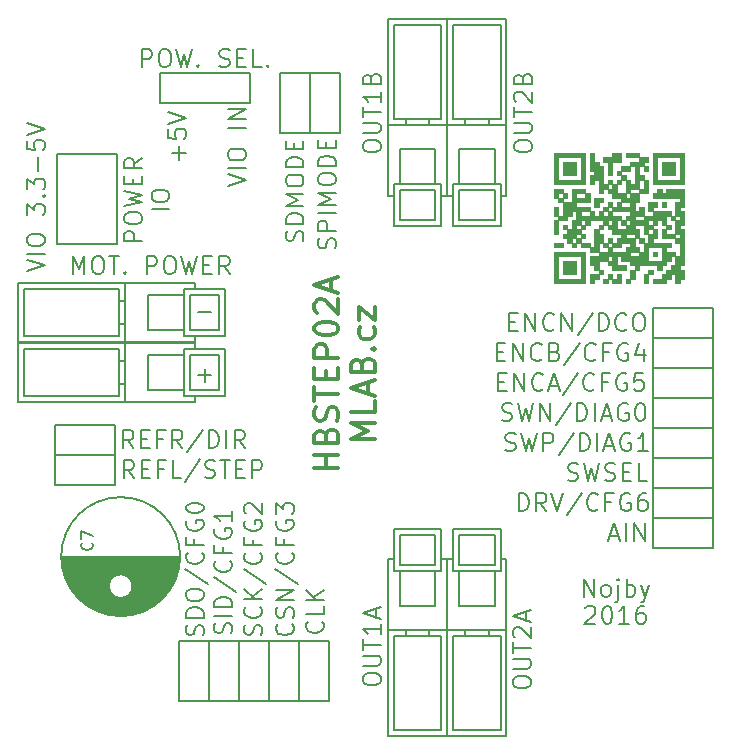
<source format=gbr>
G04 #@! TF.FileFunction,Legend,Top*
%FSLAX46Y46*%
G04 Gerber Fmt 4.6, Leading zero omitted, Abs format (unit mm)*
G04 Created by KiCad (PCBNEW 0.201603091917+6614~43~ubuntu15.10.1-product) date Po 14. březen 2016, 13:03:25 CET*
%MOMM*%
G01*
G04 APERTURE LIST*
%ADD10C,0.150000*%
%ADD11C,0.200000*%
%ADD12C,0.300000*%
%ADD13C,0.010000*%
G04 APERTURE END LIST*
D10*
D11*
X144605714Y-137958571D02*
X144605714Y-136458571D01*
X145462857Y-137958571D01*
X145462857Y-136458571D01*
X146391429Y-137958571D02*
X146248571Y-137887143D01*
X146177143Y-137815714D01*
X146105714Y-137672857D01*
X146105714Y-137244286D01*
X146177143Y-137101429D01*
X146248571Y-137030000D01*
X146391429Y-136958571D01*
X146605714Y-136958571D01*
X146748571Y-137030000D01*
X146820000Y-137101429D01*
X146891429Y-137244286D01*
X146891429Y-137672857D01*
X146820000Y-137815714D01*
X146748571Y-137887143D01*
X146605714Y-137958571D01*
X146391429Y-137958571D01*
X147534286Y-136958571D02*
X147534286Y-138244286D01*
X147462857Y-138387143D01*
X147320000Y-138458571D01*
X147248572Y-138458571D01*
X147534286Y-136458571D02*
X147462857Y-136530000D01*
X147534286Y-136601429D01*
X147605714Y-136530000D01*
X147534286Y-136458571D01*
X147534286Y-136601429D01*
X148248572Y-137958571D02*
X148248572Y-136458571D01*
X148248572Y-137030000D02*
X148391429Y-136958571D01*
X148677143Y-136958571D01*
X148820000Y-137030000D01*
X148891429Y-137101429D01*
X148962858Y-137244286D01*
X148962858Y-137672857D01*
X148891429Y-137815714D01*
X148820000Y-137887143D01*
X148677143Y-137958571D01*
X148391429Y-137958571D01*
X148248572Y-137887143D01*
X149462858Y-136958571D02*
X149820001Y-137958571D01*
X150177143Y-136958571D02*
X149820001Y-137958571D01*
X149677143Y-138315714D01*
X149605715Y-138387143D01*
X149462858Y-138458571D01*
X144748572Y-138901429D02*
X144820001Y-138830000D01*
X144962858Y-138758571D01*
X145320001Y-138758571D01*
X145462858Y-138830000D01*
X145534287Y-138901429D01*
X145605715Y-139044286D01*
X145605715Y-139187143D01*
X145534287Y-139401429D01*
X144677144Y-140258571D01*
X145605715Y-140258571D01*
X146534286Y-138758571D02*
X146677143Y-138758571D01*
X146820000Y-138830000D01*
X146891429Y-138901429D01*
X146962858Y-139044286D01*
X147034286Y-139330000D01*
X147034286Y-139687143D01*
X146962858Y-139972857D01*
X146891429Y-140115714D01*
X146820000Y-140187143D01*
X146677143Y-140258571D01*
X146534286Y-140258571D01*
X146391429Y-140187143D01*
X146320000Y-140115714D01*
X146248572Y-139972857D01*
X146177143Y-139687143D01*
X146177143Y-139330000D01*
X146248572Y-139044286D01*
X146320000Y-138901429D01*
X146391429Y-138830000D01*
X146534286Y-138758571D01*
X148462857Y-140258571D02*
X147605714Y-140258571D01*
X148034286Y-140258571D02*
X148034286Y-138758571D01*
X147891429Y-138972857D01*
X147748571Y-139115714D01*
X147605714Y-139187143D01*
X149748571Y-138758571D02*
X149462857Y-138758571D01*
X149320000Y-138830000D01*
X149248571Y-138901429D01*
X149105714Y-139115714D01*
X149034285Y-139401429D01*
X149034285Y-139972857D01*
X149105714Y-140115714D01*
X149177142Y-140187143D01*
X149320000Y-140258571D01*
X149605714Y-140258571D01*
X149748571Y-140187143D01*
X149820000Y-140115714D01*
X149891428Y-139972857D01*
X149891428Y-139615714D01*
X149820000Y-139472857D01*
X149748571Y-139401429D01*
X149605714Y-139330000D01*
X149320000Y-139330000D01*
X149177142Y-139401429D01*
X149105714Y-139472857D01*
X149034285Y-139615714D01*
D12*
X123814762Y-127078382D02*
X121814762Y-127078382D01*
X122767143Y-127078382D02*
X122767143Y-125935524D01*
X123814762Y-125935524D02*
X121814762Y-125935524D01*
X122767143Y-124316477D02*
X122862381Y-124030763D01*
X122957619Y-123935524D01*
X123148095Y-123840286D01*
X123433810Y-123840286D01*
X123624286Y-123935524D01*
X123719524Y-124030763D01*
X123814762Y-124221239D01*
X123814762Y-124983144D01*
X121814762Y-124983144D01*
X121814762Y-124316477D01*
X121910000Y-124126001D01*
X122005238Y-124030763D01*
X122195714Y-123935524D01*
X122386190Y-123935524D01*
X122576667Y-124030763D01*
X122671905Y-124126001D01*
X122767143Y-124316477D01*
X122767143Y-124983144D01*
X123719524Y-123078382D02*
X123814762Y-122792667D01*
X123814762Y-122316477D01*
X123719524Y-122126001D01*
X123624286Y-122030763D01*
X123433810Y-121935524D01*
X123243333Y-121935524D01*
X123052857Y-122030763D01*
X122957619Y-122126001D01*
X122862381Y-122316477D01*
X122767143Y-122697429D01*
X122671905Y-122887905D01*
X122576667Y-122983144D01*
X122386190Y-123078382D01*
X122195714Y-123078382D01*
X122005238Y-122983144D01*
X121910000Y-122887905D01*
X121814762Y-122697429D01*
X121814762Y-122221239D01*
X121910000Y-121935524D01*
X121814762Y-121364096D02*
X121814762Y-120221239D01*
X123814762Y-120792667D02*
X121814762Y-120792667D01*
X122767143Y-119554572D02*
X122767143Y-118887905D01*
X123814762Y-118602191D02*
X123814762Y-119554572D01*
X121814762Y-119554572D01*
X121814762Y-118602191D01*
X123814762Y-117745048D02*
X121814762Y-117745048D01*
X121814762Y-116983143D01*
X121910000Y-116792667D01*
X122005238Y-116697428D01*
X122195714Y-116602190D01*
X122481429Y-116602190D01*
X122671905Y-116697428D01*
X122767143Y-116792667D01*
X122862381Y-116983143D01*
X122862381Y-117745048D01*
X121814762Y-115364095D02*
X121814762Y-115173619D01*
X121910000Y-114983143D01*
X122005238Y-114887905D01*
X122195714Y-114792667D01*
X122576667Y-114697428D01*
X123052857Y-114697428D01*
X123433810Y-114792667D01*
X123624286Y-114887905D01*
X123719524Y-114983143D01*
X123814762Y-115173619D01*
X123814762Y-115364095D01*
X123719524Y-115554571D01*
X123624286Y-115649809D01*
X123433810Y-115745048D01*
X123052857Y-115840286D01*
X122576667Y-115840286D01*
X122195714Y-115745048D01*
X122005238Y-115649809D01*
X121910000Y-115554571D01*
X121814762Y-115364095D01*
X122005238Y-113935524D02*
X121910000Y-113840286D01*
X121814762Y-113649809D01*
X121814762Y-113173619D01*
X121910000Y-112983143D01*
X122005238Y-112887905D01*
X122195714Y-112792666D01*
X122386190Y-112792666D01*
X122671905Y-112887905D01*
X123814762Y-114030762D01*
X123814762Y-112792666D01*
X123243333Y-112030762D02*
X123243333Y-111078381D01*
X123814762Y-112221238D02*
X121814762Y-111554571D01*
X123814762Y-110887904D01*
X126914762Y-124602191D02*
X124914762Y-124602191D01*
X126343333Y-123935524D01*
X124914762Y-123268857D01*
X126914762Y-123268857D01*
X126914762Y-121364096D02*
X126914762Y-122316477D01*
X124914762Y-122316477D01*
X126343333Y-120792667D02*
X126343333Y-119840286D01*
X126914762Y-120983143D02*
X124914762Y-120316476D01*
X126914762Y-119649809D01*
X125867143Y-118316476D02*
X125962381Y-118030762D01*
X126057619Y-117935523D01*
X126248095Y-117840285D01*
X126533810Y-117840285D01*
X126724286Y-117935523D01*
X126819524Y-118030762D01*
X126914762Y-118221238D01*
X126914762Y-118983143D01*
X124914762Y-118983143D01*
X124914762Y-118316476D01*
X125010000Y-118126000D01*
X125105238Y-118030762D01*
X125295714Y-117935523D01*
X125486190Y-117935523D01*
X125676667Y-118030762D01*
X125771905Y-118126000D01*
X125867143Y-118316476D01*
X125867143Y-118983143D01*
X126724286Y-116983143D02*
X126819524Y-116887904D01*
X126914762Y-116983143D01*
X126819524Y-117078381D01*
X126724286Y-116983143D01*
X126914762Y-116983143D01*
X126819524Y-115173619D02*
X126914762Y-115364095D01*
X126914762Y-115745047D01*
X126819524Y-115935523D01*
X126724286Y-116030762D01*
X126533810Y-116126000D01*
X125962381Y-116126000D01*
X125771905Y-116030762D01*
X125676667Y-115935523D01*
X125581429Y-115745047D01*
X125581429Y-115364095D01*
X125676667Y-115173619D01*
X125581429Y-114506952D02*
X125581429Y-113459333D01*
X126914762Y-114506952D01*
X126914762Y-113459333D01*
D11*
X111950572Y-113899143D02*
X113093429Y-113899143D01*
X111950572Y-119233143D02*
X113093429Y-119233143D01*
X112522000Y-119804571D02*
X112522000Y-118661714D01*
X110343143Y-100988571D02*
X110343143Y-99845714D01*
X110914571Y-100417143D02*
X109771714Y-100417143D01*
X109414571Y-98417142D02*
X109414571Y-99131428D01*
X110128857Y-99202857D01*
X110057429Y-99131428D01*
X109986000Y-98988571D01*
X109986000Y-98631428D01*
X110057429Y-98488571D01*
X110128857Y-98417142D01*
X110271714Y-98345714D01*
X110628857Y-98345714D01*
X110771714Y-98417142D01*
X110843143Y-98488571D01*
X110914571Y-98631428D01*
X110914571Y-98988571D01*
X110843143Y-99131428D01*
X110771714Y-99202857D01*
X109414571Y-97917143D02*
X110914571Y-97417143D01*
X109414571Y-96917143D01*
X114494571Y-103179143D02*
X115994571Y-102679143D01*
X114494571Y-102179143D01*
X115994571Y-101679143D02*
X114494571Y-101679143D01*
X114494571Y-100679143D02*
X114494571Y-100393429D01*
X114566000Y-100250571D01*
X114708857Y-100107714D01*
X114994571Y-100036286D01*
X115494571Y-100036286D01*
X115780286Y-100107714D01*
X115923143Y-100250571D01*
X115994571Y-100393429D01*
X115994571Y-100679143D01*
X115923143Y-100822000D01*
X115780286Y-100964857D01*
X115494571Y-101036286D01*
X114994571Y-101036286D01*
X114708857Y-100964857D01*
X114566000Y-100822000D01*
X114494571Y-100679143D01*
X115994571Y-98250571D02*
X114494571Y-98250571D01*
X115994571Y-97536285D02*
X114494571Y-97536285D01*
X115994571Y-96679142D01*
X114494571Y-96679142D01*
X101342857Y-110660571D02*
X101342857Y-109160571D01*
X101842857Y-110232000D01*
X102342857Y-109160571D01*
X102342857Y-110660571D01*
X103342857Y-109160571D02*
X103628571Y-109160571D01*
X103771429Y-109232000D01*
X103914286Y-109374857D01*
X103985714Y-109660571D01*
X103985714Y-110160571D01*
X103914286Y-110446286D01*
X103771429Y-110589143D01*
X103628571Y-110660571D01*
X103342857Y-110660571D01*
X103200000Y-110589143D01*
X103057143Y-110446286D01*
X102985714Y-110160571D01*
X102985714Y-109660571D01*
X103057143Y-109374857D01*
X103200000Y-109232000D01*
X103342857Y-109160571D01*
X104414286Y-109160571D02*
X105271429Y-109160571D01*
X104842858Y-110660571D02*
X104842858Y-109160571D01*
X105771429Y-110517714D02*
X105842857Y-110589143D01*
X105771429Y-110660571D01*
X105700000Y-110589143D01*
X105771429Y-110517714D01*
X105771429Y-110660571D01*
X107628572Y-110660571D02*
X107628572Y-109160571D01*
X108200000Y-109160571D01*
X108342858Y-109232000D01*
X108414286Y-109303429D01*
X108485715Y-109446286D01*
X108485715Y-109660571D01*
X108414286Y-109803429D01*
X108342858Y-109874857D01*
X108200000Y-109946286D01*
X107628572Y-109946286D01*
X109414286Y-109160571D02*
X109700000Y-109160571D01*
X109842858Y-109232000D01*
X109985715Y-109374857D01*
X110057143Y-109660571D01*
X110057143Y-110160571D01*
X109985715Y-110446286D01*
X109842858Y-110589143D01*
X109700000Y-110660571D01*
X109414286Y-110660571D01*
X109271429Y-110589143D01*
X109128572Y-110446286D01*
X109057143Y-110160571D01*
X109057143Y-109660571D01*
X109128572Y-109374857D01*
X109271429Y-109232000D01*
X109414286Y-109160571D01*
X110557144Y-109160571D02*
X110914287Y-110660571D01*
X111200001Y-109589143D01*
X111485715Y-110660571D01*
X111842858Y-109160571D01*
X112414287Y-109874857D02*
X112914287Y-109874857D01*
X113128573Y-110660571D02*
X112414287Y-110660571D01*
X112414287Y-109160571D01*
X113128573Y-109160571D01*
X114628573Y-110660571D02*
X114128573Y-109946286D01*
X113771430Y-110660571D02*
X113771430Y-109160571D01*
X114342858Y-109160571D01*
X114485716Y-109232000D01*
X114557144Y-109303429D01*
X114628573Y-109446286D01*
X114628573Y-109660571D01*
X114557144Y-109803429D01*
X114485716Y-109874857D01*
X114342858Y-109946286D01*
X113771430Y-109946286D01*
X107224571Y-107858286D02*
X105724571Y-107858286D01*
X105724571Y-107286858D01*
X105796000Y-107144000D01*
X105867429Y-107072572D01*
X106010286Y-107001143D01*
X106224571Y-107001143D01*
X106367429Y-107072572D01*
X106438857Y-107144000D01*
X106510286Y-107286858D01*
X106510286Y-107858286D01*
X105724571Y-106072572D02*
X105724571Y-105786858D01*
X105796000Y-105644000D01*
X105938857Y-105501143D01*
X106224571Y-105429715D01*
X106724571Y-105429715D01*
X107010286Y-105501143D01*
X107153143Y-105644000D01*
X107224571Y-105786858D01*
X107224571Y-106072572D01*
X107153143Y-106215429D01*
X107010286Y-106358286D01*
X106724571Y-106429715D01*
X106224571Y-106429715D01*
X105938857Y-106358286D01*
X105796000Y-106215429D01*
X105724571Y-106072572D01*
X105724571Y-104929714D02*
X107224571Y-104572571D01*
X106153143Y-104286857D01*
X107224571Y-104001143D01*
X105724571Y-103644000D01*
X106438857Y-103072571D02*
X106438857Y-102572571D01*
X107224571Y-102358285D02*
X107224571Y-103072571D01*
X105724571Y-103072571D01*
X105724571Y-102358285D01*
X107224571Y-100858285D02*
X106510286Y-101358285D01*
X107224571Y-101715428D02*
X105724571Y-101715428D01*
X105724571Y-101144000D01*
X105796000Y-101001142D01*
X105867429Y-100929714D01*
X106010286Y-100858285D01*
X106224571Y-100858285D01*
X106367429Y-100929714D01*
X106438857Y-101001142D01*
X106510286Y-101144000D01*
X106510286Y-101715428D01*
X109524571Y-105179714D02*
X108024571Y-105179714D01*
X108024571Y-104179714D02*
X108024571Y-103894000D01*
X108096000Y-103751142D01*
X108238857Y-103608285D01*
X108524571Y-103536857D01*
X109024571Y-103536857D01*
X109310286Y-103608285D01*
X109453143Y-103751142D01*
X109524571Y-103894000D01*
X109524571Y-104179714D01*
X109453143Y-104322571D01*
X109310286Y-104465428D01*
X109024571Y-104536857D01*
X108524571Y-104536857D01*
X108238857Y-104465428D01*
X108096000Y-104322571D01*
X108024571Y-104179714D01*
X138624571Y-145351143D02*
X138624571Y-145065429D01*
X138696000Y-144922571D01*
X138838857Y-144779714D01*
X139124571Y-144708286D01*
X139624571Y-144708286D01*
X139910286Y-144779714D01*
X140053143Y-144922571D01*
X140124571Y-145065429D01*
X140124571Y-145351143D01*
X140053143Y-145494000D01*
X139910286Y-145636857D01*
X139624571Y-145708286D01*
X139124571Y-145708286D01*
X138838857Y-145636857D01*
X138696000Y-145494000D01*
X138624571Y-145351143D01*
X138624571Y-144065428D02*
X139838857Y-144065428D01*
X139981714Y-143994000D01*
X140053143Y-143922571D01*
X140124571Y-143779714D01*
X140124571Y-143494000D01*
X140053143Y-143351142D01*
X139981714Y-143279714D01*
X139838857Y-143208285D01*
X138624571Y-143208285D01*
X138624571Y-142708285D02*
X138624571Y-141851142D01*
X140124571Y-142279713D02*
X138624571Y-142279713D01*
X138767429Y-141422571D02*
X138696000Y-141351142D01*
X138624571Y-141208285D01*
X138624571Y-140851142D01*
X138696000Y-140708285D01*
X138767429Y-140636856D01*
X138910286Y-140565428D01*
X139053143Y-140565428D01*
X139267429Y-140636856D01*
X140124571Y-141493999D01*
X140124571Y-140565428D01*
X139696000Y-139994000D02*
X139696000Y-139279714D01*
X140124571Y-140136857D02*
X138624571Y-139636857D01*
X140124571Y-139136857D01*
X125917571Y-145097143D02*
X125917571Y-144811429D01*
X125989000Y-144668571D01*
X126131857Y-144525714D01*
X126417571Y-144454286D01*
X126917571Y-144454286D01*
X127203286Y-144525714D01*
X127346143Y-144668571D01*
X127417571Y-144811429D01*
X127417571Y-145097143D01*
X127346143Y-145240000D01*
X127203286Y-145382857D01*
X126917571Y-145454286D01*
X126417571Y-145454286D01*
X126131857Y-145382857D01*
X125989000Y-145240000D01*
X125917571Y-145097143D01*
X125917571Y-143811428D02*
X127131857Y-143811428D01*
X127274714Y-143740000D01*
X127346143Y-143668571D01*
X127417571Y-143525714D01*
X127417571Y-143240000D01*
X127346143Y-143097142D01*
X127274714Y-143025714D01*
X127131857Y-142954285D01*
X125917571Y-142954285D01*
X125917571Y-142454285D02*
X125917571Y-141597142D01*
X127417571Y-142025713D02*
X125917571Y-142025713D01*
X127417571Y-140311428D02*
X127417571Y-141168571D01*
X127417571Y-140739999D02*
X125917571Y-140739999D01*
X126131857Y-140882856D01*
X126274714Y-141025714D01*
X126346143Y-141168571D01*
X126989000Y-139740000D02*
X126989000Y-139025714D01*
X127417571Y-139882857D02*
X125917571Y-139382857D01*
X127417571Y-138882857D01*
X125924571Y-99992286D02*
X125924571Y-99706572D01*
X125996000Y-99563714D01*
X126138857Y-99420857D01*
X126424571Y-99349429D01*
X126924571Y-99349429D01*
X127210286Y-99420857D01*
X127353143Y-99563714D01*
X127424571Y-99706572D01*
X127424571Y-99992286D01*
X127353143Y-100135143D01*
X127210286Y-100278000D01*
X126924571Y-100349429D01*
X126424571Y-100349429D01*
X126138857Y-100278000D01*
X125996000Y-100135143D01*
X125924571Y-99992286D01*
X125924571Y-98706571D02*
X127138857Y-98706571D01*
X127281714Y-98635143D01*
X127353143Y-98563714D01*
X127424571Y-98420857D01*
X127424571Y-98135143D01*
X127353143Y-97992285D01*
X127281714Y-97920857D01*
X127138857Y-97849428D01*
X125924571Y-97849428D01*
X125924571Y-97349428D02*
X125924571Y-96492285D01*
X127424571Y-96920856D02*
X125924571Y-96920856D01*
X127424571Y-95206571D02*
X127424571Y-96063714D01*
X127424571Y-95635142D02*
X125924571Y-95635142D01*
X126138857Y-95777999D01*
X126281714Y-95920857D01*
X126353143Y-96063714D01*
X126638857Y-94063714D02*
X126710286Y-93849428D01*
X126781714Y-93778000D01*
X126924571Y-93706571D01*
X127138857Y-93706571D01*
X127281714Y-93778000D01*
X127353143Y-93849428D01*
X127424571Y-93992286D01*
X127424571Y-94563714D01*
X125924571Y-94563714D01*
X125924571Y-94063714D01*
X125996000Y-93920857D01*
X126067429Y-93849428D01*
X126210286Y-93778000D01*
X126353143Y-93778000D01*
X126496000Y-93849428D01*
X126567429Y-93920857D01*
X126638857Y-94063714D01*
X126638857Y-94563714D01*
X138744571Y-99992286D02*
X138744571Y-99706572D01*
X138816000Y-99563714D01*
X138958857Y-99420857D01*
X139244571Y-99349429D01*
X139744571Y-99349429D01*
X140030286Y-99420857D01*
X140173143Y-99563714D01*
X140244571Y-99706572D01*
X140244571Y-99992286D01*
X140173143Y-100135143D01*
X140030286Y-100278000D01*
X139744571Y-100349429D01*
X139244571Y-100349429D01*
X138958857Y-100278000D01*
X138816000Y-100135143D01*
X138744571Y-99992286D01*
X138744571Y-98706571D02*
X139958857Y-98706571D01*
X140101714Y-98635143D01*
X140173143Y-98563714D01*
X140244571Y-98420857D01*
X140244571Y-98135143D01*
X140173143Y-97992285D01*
X140101714Y-97920857D01*
X139958857Y-97849428D01*
X138744571Y-97849428D01*
X138744571Y-97349428D02*
X138744571Y-96492285D01*
X140244571Y-96920856D02*
X138744571Y-96920856D01*
X138887429Y-96063714D02*
X138816000Y-95992285D01*
X138744571Y-95849428D01*
X138744571Y-95492285D01*
X138816000Y-95349428D01*
X138887429Y-95277999D01*
X139030286Y-95206571D01*
X139173143Y-95206571D01*
X139387429Y-95277999D01*
X140244571Y-96135142D01*
X140244571Y-95206571D01*
X139458857Y-94063714D02*
X139530286Y-93849428D01*
X139601714Y-93778000D01*
X139744571Y-93706571D01*
X139958857Y-93706571D01*
X140101714Y-93778000D01*
X140173143Y-93849428D01*
X140244571Y-93992286D01*
X140244571Y-94563714D01*
X138744571Y-94563714D01*
X138744571Y-94063714D01*
X138816000Y-93920857D01*
X138887429Y-93849428D01*
X139030286Y-93778000D01*
X139173143Y-93778000D01*
X139316000Y-93849428D01*
X139387429Y-93920857D01*
X139458857Y-94063714D01*
X139458857Y-94563714D01*
D10*
X110409000Y-134655000D02*
X100411000Y-134655000D01*
X110405000Y-134795000D02*
X100415000Y-134795000D01*
X110397000Y-134935000D02*
X100423000Y-134935000D01*
X110385000Y-135075000D02*
X100435000Y-135075000D01*
X110370000Y-135215000D02*
X100450000Y-135215000D01*
X110350000Y-135355000D02*
X100470000Y-135355000D01*
X110326000Y-135495000D02*
X100494000Y-135495000D01*
X110297000Y-135635000D02*
X100523000Y-135635000D01*
X110265000Y-135775000D02*
X100555000Y-135775000D01*
X110228000Y-135915000D02*
X100592000Y-135915000D01*
X110187000Y-136055000D02*
X100633000Y-136055000D01*
X110142000Y-136195000D02*
X105876000Y-136195000D01*
X104944000Y-136195000D02*
X100678000Y-136195000D01*
X110092000Y-136335000D02*
X106077000Y-136335000D01*
X104743000Y-136335000D02*
X100728000Y-136335000D01*
X110037000Y-136475000D02*
X106206000Y-136475000D01*
X104614000Y-136475000D02*
X100783000Y-136475000D01*
X109977000Y-136615000D02*
X106295000Y-136615000D01*
X104525000Y-136615000D02*
X100843000Y-136615000D01*
X109912000Y-136755000D02*
X106356000Y-136755000D01*
X104464000Y-136755000D02*
X100908000Y-136755000D01*
X109842000Y-136895000D02*
X106393000Y-136895000D01*
X104427000Y-136895000D02*
X100978000Y-136895000D01*
X109766000Y-137035000D02*
X106409000Y-137035000D01*
X104411000Y-137035000D02*
X101054000Y-137035000D01*
X109684000Y-137175000D02*
X106405000Y-137175000D01*
X104415000Y-137175000D02*
X101136000Y-137175000D01*
X109596000Y-137315000D02*
X106382000Y-137315000D01*
X104438000Y-137315000D02*
X101224000Y-137315000D01*
X109501000Y-137455000D02*
X106337000Y-137455000D01*
X104483000Y-137455000D02*
X101319000Y-137455000D01*
X109399000Y-137595000D02*
X106267000Y-137595000D01*
X104553000Y-137595000D02*
X101421000Y-137595000D01*
X109289000Y-137735000D02*
X106166000Y-137735000D01*
X104654000Y-137735000D02*
X101531000Y-137735000D01*
X109171000Y-137875000D02*
X106017000Y-137875000D01*
X104803000Y-137875000D02*
X101649000Y-137875000D01*
X109043000Y-138015000D02*
X105765000Y-138015000D01*
X105055000Y-138015000D02*
X101777000Y-138015000D01*
X108906000Y-138155000D02*
X101914000Y-138155000D01*
X108756000Y-138295000D02*
X102064000Y-138295000D01*
X108594000Y-138435000D02*
X102226000Y-138435000D01*
X108417000Y-138575000D02*
X102403000Y-138575000D01*
X108221000Y-138715000D02*
X102599000Y-138715000D01*
X108003000Y-138855000D02*
X102817000Y-138855000D01*
X107757000Y-138995000D02*
X103063000Y-138995000D01*
X107472000Y-139135000D02*
X103348000Y-139135000D01*
X107130000Y-139275000D02*
X103690000Y-139275000D01*
X106684000Y-139415000D02*
X104136000Y-139415000D01*
X105909000Y-139555000D02*
X104911000Y-139555000D01*
X106410000Y-137080000D02*
G75*
G03X106410000Y-137080000I-1000000J0D01*
G01*
X110447500Y-134580000D02*
G75*
G03X110447500Y-134580000I-5037500J0D01*
G01*
X100012500Y-100520500D02*
X105092500Y-100520500D01*
X105092500Y-100520500D02*
X105092500Y-108140500D01*
X105092500Y-108140500D02*
X100012500Y-108140500D01*
X100012500Y-108140500D02*
X100012500Y-100520500D01*
X99885500Y-128520790D02*
X99885500Y-125980790D01*
X99885500Y-125980790D02*
X104965500Y-125980790D01*
X104965500Y-125980790D02*
X104965500Y-128520790D01*
X104965500Y-128520790D02*
X99885500Y-128520790D01*
X99885500Y-125984000D02*
X99885500Y-123444000D01*
X99885500Y-123444000D02*
X104965500Y-123444000D01*
X104965500Y-123444000D02*
X104965500Y-125984000D01*
X104965500Y-125984000D02*
X99885500Y-125984000D01*
X123063000Y-146812000D02*
X120523000Y-146812000D01*
X120523000Y-146812000D02*
X120523000Y-141732000D01*
X120523000Y-141732000D02*
X123063000Y-141732000D01*
X123063000Y-141732000D02*
X123063000Y-146812000D01*
X111743500Y-121499000D02*
X111743500Y-120999000D01*
X111743500Y-116999000D02*
X111743500Y-116499000D01*
X105743500Y-121499100D02*
X105743500Y-116498900D01*
X96743500Y-121499100D02*
X96743500Y-116498900D01*
X113743500Y-120500000D02*
X113743500Y-117498000D01*
X111243600Y-120500000D02*
X111243600Y-117498000D01*
X114243600Y-116999000D02*
X114243600Y-120999000D01*
X110743500Y-116999000D02*
X110743500Y-120999000D01*
X107743500Y-120499100D02*
X107743500Y-117498900D01*
X105243400Y-116999000D02*
X105243400Y-120999000D01*
X97243400Y-120999000D02*
X97243400Y-116999000D01*
X105243400Y-119999000D02*
X105743500Y-119999000D01*
X111243600Y-120499000D02*
X113743500Y-120499000D01*
X110743500Y-120999000D02*
X114243600Y-120999000D01*
X105243400Y-117999000D02*
X105743500Y-117999000D01*
X111243600Y-117499000D02*
X113743500Y-117499000D01*
X110743500Y-116999000D02*
X114244500Y-116999000D01*
X107743500Y-120499000D02*
X110743500Y-120499000D01*
X97243400Y-120999000D02*
X105243400Y-120999000D01*
X105743500Y-121499000D02*
X111743500Y-121499000D01*
X107743500Y-117499000D02*
X110743500Y-117499000D01*
X97243400Y-116999000D02*
X105243400Y-116999000D01*
X105743500Y-116499000D02*
X111743500Y-116499000D01*
X105743500Y-121499000D02*
X96743500Y-121499000D01*
X96743500Y-116499000D02*
X105743500Y-116499000D01*
X111743500Y-116419000D02*
X111743500Y-115919000D01*
X111743500Y-111919000D02*
X111743500Y-111419000D01*
X105743500Y-116419100D02*
X105743500Y-111418900D01*
X96743500Y-116419100D02*
X96743500Y-111418900D01*
X113743500Y-115420000D02*
X113743500Y-112418000D01*
X111243600Y-115420000D02*
X111243600Y-112418000D01*
X114243600Y-111919000D02*
X114243600Y-115919000D01*
X110743500Y-111919000D02*
X110743500Y-115919000D01*
X107743500Y-115419100D02*
X107743500Y-112418900D01*
X105243400Y-111919000D02*
X105243400Y-115919000D01*
X97243400Y-115919000D02*
X97243400Y-111919000D01*
X105243400Y-114919000D02*
X105743500Y-114919000D01*
X111243600Y-115419000D02*
X113743500Y-115419000D01*
X110743500Y-115919000D02*
X114243600Y-115919000D01*
X105243400Y-112919000D02*
X105743500Y-112919000D01*
X111243600Y-112419000D02*
X113743500Y-112419000D01*
X110743500Y-111919000D02*
X114244500Y-111919000D01*
X107743500Y-115419000D02*
X110743500Y-115419000D01*
X97243400Y-115919000D02*
X105243400Y-115919000D01*
X105743500Y-116419000D02*
X111743500Y-116419000D01*
X107743500Y-112419000D02*
X110743500Y-112419000D01*
X97243400Y-111919000D02*
X105243400Y-111919000D01*
X105743500Y-111419000D02*
X111743500Y-111419000D01*
X105743500Y-116419000D02*
X96743500Y-116419000D01*
X96743500Y-111419000D02*
X105743500Y-111419000D01*
X117983000Y-141732000D02*
X120523000Y-141732000D01*
X120523000Y-141732000D02*
X120523000Y-146812000D01*
X120523000Y-146812000D02*
X117983000Y-146812000D01*
X117983000Y-146812000D02*
X117983000Y-141732000D01*
X117983000Y-146812000D02*
X115443000Y-146812000D01*
X115443000Y-146812000D02*
X115443000Y-141732000D01*
X115443000Y-141732000D02*
X117983000Y-141732000D01*
X117983000Y-141732000D02*
X117983000Y-146812000D01*
X115443000Y-146812000D02*
X112903000Y-146812000D01*
X112903000Y-146812000D02*
X112903000Y-141732000D01*
X112903000Y-141732000D02*
X115443000Y-141732000D01*
X115443000Y-141732000D02*
X115443000Y-146812000D01*
X112903000Y-146812000D02*
X110363000Y-146812000D01*
X110363000Y-146812000D02*
X110363000Y-141732000D01*
X110363000Y-141732000D02*
X112903000Y-141732000D01*
X112903000Y-141732000D02*
X112903000Y-146812000D01*
X150495000Y-116078000D02*
X150495000Y-113538000D01*
X150495000Y-113538000D02*
X155575000Y-113538000D01*
X155575000Y-113538000D02*
X155575000Y-116078000D01*
X155575000Y-116078000D02*
X150495000Y-116078000D01*
X150495000Y-118618000D02*
X150495000Y-116078000D01*
X150495000Y-116078000D02*
X155575000Y-116078000D01*
X155575000Y-116078000D02*
X155575000Y-118618000D01*
X155575000Y-118618000D02*
X150495000Y-118618000D01*
X155575000Y-118618000D02*
X155575000Y-121158000D01*
X155575000Y-121158000D02*
X150495000Y-121158000D01*
X150495000Y-121158000D02*
X150495000Y-118618000D01*
X150495000Y-118618000D02*
X155575000Y-118618000D01*
X150495000Y-126238000D02*
X150495000Y-123698000D01*
X150495000Y-123698000D02*
X155575000Y-123698000D01*
X155575000Y-123698000D02*
X155575000Y-126238000D01*
X155575000Y-126238000D02*
X150495000Y-126238000D01*
X150495000Y-123698000D02*
X150495000Y-121158000D01*
X150495000Y-121158000D02*
X155575000Y-121158000D01*
X155575000Y-121158000D02*
X155575000Y-123698000D01*
X155575000Y-123698000D02*
X150495000Y-123698000D01*
X133056000Y-134780000D02*
X132556000Y-134780000D01*
X128556000Y-134780000D02*
X128056000Y-134780000D01*
X133056100Y-140780000D02*
X128055900Y-140780000D01*
X133056100Y-149780000D02*
X128055900Y-149780000D01*
X132057000Y-132780000D02*
X129055000Y-132780000D01*
X132057000Y-135279900D02*
X129055000Y-135279900D01*
X128556000Y-132279900D02*
X132556000Y-132279900D01*
X128556000Y-135780000D02*
X132556000Y-135780000D01*
X132056100Y-138780000D02*
X129055900Y-138780000D01*
X128556000Y-141280100D02*
X132556000Y-141280100D01*
X132556000Y-149280100D02*
X128556000Y-149280100D01*
X131556000Y-141280100D02*
X131556000Y-140780000D01*
X132056000Y-135279900D02*
X132056000Y-132780000D01*
X132556000Y-135780000D02*
X132556000Y-132279900D01*
X129556000Y-141280100D02*
X129556000Y-140780000D01*
X129056000Y-135279900D02*
X129056000Y-132780000D01*
X128556000Y-135780000D02*
X128556000Y-132279000D01*
X132056000Y-138780000D02*
X132056000Y-135780000D01*
X132556000Y-149280100D02*
X132556000Y-141280100D01*
X133056000Y-140780000D02*
X133056000Y-134780000D01*
X129056000Y-138780000D02*
X129056000Y-135780000D01*
X128556000Y-149280100D02*
X128556000Y-141280100D01*
X128056000Y-140780000D02*
X128056000Y-134780000D01*
X133056000Y-140780000D02*
X133056000Y-149780000D01*
X128056000Y-149780000D02*
X128056000Y-140780000D01*
X138072500Y-134780000D02*
X137572500Y-134780000D01*
X133572500Y-134780000D02*
X133072500Y-134780000D01*
X138072600Y-140780000D02*
X133072400Y-140780000D01*
X138072600Y-149780000D02*
X133072400Y-149780000D01*
X137073500Y-132780000D02*
X134071500Y-132780000D01*
X137073500Y-135279900D02*
X134071500Y-135279900D01*
X133572500Y-132279900D02*
X137572500Y-132279900D01*
X133572500Y-135780000D02*
X137572500Y-135780000D01*
X137072600Y-138780000D02*
X134072400Y-138780000D01*
X133572500Y-141280100D02*
X137572500Y-141280100D01*
X137572500Y-149280100D02*
X133572500Y-149280100D01*
X136572500Y-141280100D02*
X136572500Y-140780000D01*
X137072500Y-135279900D02*
X137072500Y-132780000D01*
X137572500Y-135780000D02*
X137572500Y-132279900D01*
X134572500Y-141280100D02*
X134572500Y-140780000D01*
X134072500Y-135279900D02*
X134072500Y-132780000D01*
X133572500Y-135780000D02*
X133572500Y-132279000D01*
X137072500Y-138780000D02*
X137072500Y-135780000D01*
X137572500Y-149280100D02*
X137572500Y-141280100D01*
X138072500Y-140780000D02*
X138072500Y-134780000D01*
X134072500Y-138780000D02*
X134072500Y-135780000D01*
X133572500Y-149280100D02*
X133572500Y-141280100D01*
X133072500Y-140780000D02*
X133072500Y-134780000D01*
X138072500Y-140780000D02*
X138072500Y-149780000D01*
X133072500Y-149780000D02*
X133072500Y-140780000D01*
X108775500Y-96202500D02*
X108775500Y-93662500D01*
X108775500Y-93662500D02*
X116395500Y-93662500D01*
X116395500Y-93662500D02*
X116395500Y-96202500D01*
X116395500Y-96202500D02*
X108775500Y-96202500D01*
X118935500Y-93662500D02*
X121475500Y-93662500D01*
X121475500Y-93662500D02*
X121475500Y-98742500D01*
X121475500Y-98742500D02*
X118935500Y-98742500D01*
X118935500Y-98742500D02*
X118935500Y-93662500D01*
X150495000Y-131318000D02*
X150495000Y-128778000D01*
X150495000Y-128778000D02*
X155575000Y-128778000D01*
X155575000Y-128778000D02*
X155575000Y-131318000D01*
X155575000Y-131318000D02*
X150495000Y-131318000D01*
X150495000Y-128778000D02*
X150495000Y-126238000D01*
X150495000Y-126238000D02*
X155575000Y-126238000D01*
X155575000Y-126238000D02*
X155575000Y-128778000D01*
X155575000Y-128778000D02*
X150495000Y-128778000D01*
X121475500Y-93662500D02*
X124015500Y-93662500D01*
X124015500Y-93662500D02*
X124015500Y-98742500D01*
X124015500Y-98742500D02*
X121475500Y-98742500D01*
X121475500Y-98742500D02*
X121475500Y-93662500D01*
X150495000Y-133858000D02*
X150495000Y-131318000D01*
X150495000Y-131318000D02*
X155575000Y-131318000D01*
X155575000Y-131318000D02*
X155575000Y-133858000D01*
X155575000Y-133858000D02*
X150495000Y-133858000D01*
X128056000Y-104060000D02*
X128556000Y-104060000D01*
X132556000Y-104060000D02*
X133056000Y-104060000D01*
X128055900Y-98060000D02*
X133056100Y-98060000D01*
X128055900Y-89060000D02*
X133056100Y-89060000D01*
X129055000Y-106060000D02*
X132057000Y-106060000D01*
X129055000Y-103560100D02*
X132057000Y-103560100D01*
X132556000Y-106560100D02*
X128556000Y-106560100D01*
X132556000Y-103060000D02*
X128556000Y-103060000D01*
X129055900Y-100060000D02*
X132056100Y-100060000D01*
X132556000Y-97559900D02*
X128556000Y-97559900D01*
X128556000Y-89559900D02*
X132556000Y-89559900D01*
X129556000Y-97559900D02*
X129556000Y-98060000D01*
X129056000Y-103560100D02*
X129056000Y-106060000D01*
X128556000Y-103060000D02*
X128556000Y-106560100D01*
X131556000Y-97559900D02*
X131556000Y-98060000D01*
X132056000Y-103560100D02*
X132056000Y-106060000D01*
X132556000Y-103060000D02*
X132556000Y-106561000D01*
X129056000Y-100060000D02*
X129056000Y-103060000D01*
X128556000Y-89559900D02*
X128556000Y-97559900D01*
X128056000Y-98060000D02*
X128056000Y-104060000D01*
X132056000Y-100060000D02*
X132056000Y-103060000D01*
X132556000Y-89559900D02*
X132556000Y-97559900D01*
X133056000Y-98060000D02*
X133056000Y-104060000D01*
X128056000Y-98060000D02*
X128056000Y-89060000D01*
X133056000Y-89060000D02*
X133056000Y-98060000D01*
X133072500Y-104060000D02*
X133572500Y-104060000D01*
X137572500Y-104060000D02*
X138072500Y-104060000D01*
X133072400Y-98060000D02*
X138072600Y-98060000D01*
X133072400Y-89060000D02*
X138072600Y-89060000D01*
X134071500Y-106060000D02*
X137073500Y-106060000D01*
X134071500Y-103560100D02*
X137073500Y-103560100D01*
X137572500Y-106560100D02*
X133572500Y-106560100D01*
X137572500Y-103060000D02*
X133572500Y-103060000D01*
X134072400Y-100060000D02*
X137072600Y-100060000D01*
X137572500Y-97559900D02*
X133572500Y-97559900D01*
X133572500Y-89559900D02*
X137572500Y-89559900D01*
X134572500Y-97559900D02*
X134572500Y-98060000D01*
X134072500Y-103560100D02*
X134072500Y-106060000D01*
X133572500Y-103060000D02*
X133572500Y-106560100D01*
X136572500Y-97559900D02*
X136572500Y-98060000D01*
X137072500Y-103560100D02*
X137072500Y-106060000D01*
X137572500Y-103060000D02*
X137572500Y-106561000D01*
X134072500Y-100060000D02*
X134072500Y-103060000D01*
X133572500Y-89559900D02*
X133572500Y-97559900D01*
X133072500Y-98060000D02*
X133072500Y-104060000D01*
X137072500Y-100060000D02*
X137072500Y-103060000D01*
X137572500Y-89559900D02*
X137572500Y-97559900D01*
X138072500Y-98060000D02*
X138072500Y-104060000D01*
X133072500Y-98060000D02*
X133072500Y-89060000D01*
X138072500Y-89060000D02*
X138072500Y-98060000D01*
D13*
G36*
X144729200Y-111455200D02*
X142062200Y-111455200D01*
X142062200Y-109169200D01*
X142443200Y-109169200D01*
X142443200Y-111074200D01*
X144348200Y-111074200D01*
X144348200Y-109169200D01*
X142443200Y-109169200D01*
X142062200Y-109169200D01*
X142062200Y-108788200D01*
X144729200Y-108788200D01*
X144729200Y-111455200D01*
X144729200Y-111455200D01*
G37*
X144729200Y-111455200D02*
X142062200Y-111455200D01*
X142062200Y-109169200D01*
X142443200Y-109169200D01*
X142443200Y-111074200D01*
X144348200Y-111074200D01*
X144348200Y-109169200D01*
X142443200Y-109169200D01*
X142062200Y-109169200D01*
X142062200Y-108788200D01*
X144729200Y-108788200D01*
X144729200Y-111455200D01*
G36*
X150063200Y-101930200D02*
X149682200Y-101930200D01*
X149682200Y-101549200D01*
X150063200Y-101549200D01*
X150063200Y-101930200D01*
X150063200Y-101930200D01*
G37*
X150063200Y-101930200D02*
X149682200Y-101930200D01*
X149682200Y-101549200D01*
X150063200Y-101549200D01*
X150063200Y-101930200D01*
G36*
X142824200Y-103835200D02*
X143205200Y-103835200D01*
X143205200Y-104216200D01*
X142824200Y-104216200D01*
X142824200Y-103835200D01*
X142824200Y-103835200D01*
G37*
X142824200Y-103835200D02*
X143205200Y-103835200D01*
X143205200Y-104216200D01*
X142824200Y-104216200D01*
X142824200Y-103835200D01*
G36*
X142062200Y-105740200D02*
X142062200Y-104978200D01*
X142443200Y-104978200D01*
X142443200Y-105740200D01*
X142062200Y-105740200D01*
X142062200Y-105740200D01*
G37*
X142062200Y-105740200D02*
X142062200Y-104978200D01*
X142443200Y-104978200D01*
X142443200Y-105740200D01*
X142062200Y-105740200D01*
G36*
X142062200Y-104216200D02*
X142062200Y-103454200D01*
X142824200Y-103454200D01*
X142824200Y-103835200D01*
X142443200Y-103835200D01*
X142443200Y-104216200D01*
X142062200Y-104216200D01*
X142062200Y-104216200D01*
G37*
X142062200Y-104216200D02*
X142062200Y-103454200D01*
X142824200Y-103454200D01*
X142824200Y-103835200D01*
X142443200Y-103835200D01*
X142443200Y-104216200D01*
X142062200Y-104216200D01*
G36*
X142443200Y-107264200D02*
X142062200Y-107264200D01*
X142062200Y-106121200D01*
X142443200Y-106121200D01*
X142443200Y-107264200D01*
X142443200Y-107264200D01*
G37*
X142443200Y-107264200D02*
X142062200Y-107264200D01*
X142062200Y-106121200D01*
X142443200Y-106121200D01*
X142443200Y-107264200D01*
G36*
X142824200Y-104216200D02*
X142824200Y-104597200D01*
X142443200Y-104597200D01*
X142443200Y-104216200D01*
X142824200Y-104216200D01*
X142824200Y-104216200D01*
G37*
X142824200Y-104216200D02*
X142824200Y-104597200D01*
X142443200Y-104597200D01*
X142443200Y-104216200D01*
X142824200Y-104216200D01*
G36*
X142824200Y-106883200D02*
X142824200Y-106502200D01*
X143205200Y-106502200D01*
X143205200Y-106883200D01*
X142824200Y-106883200D01*
X142824200Y-106883200D01*
G37*
X142824200Y-106883200D02*
X142824200Y-106502200D01*
X143205200Y-106502200D01*
X143205200Y-106883200D01*
X142824200Y-106883200D01*
G36*
X143967200Y-107645200D02*
X144348200Y-107645200D01*
X144348200Y-108026200D01*
X143967200Y-108026200D01*
X143967200Y-107645200D01*
X143967200Y-107645200D01*
G37*
X143967200Y-107645200D02*
X144348200Y-107645200D01*
X144348200Y-108026200D01*
X143967200Y-108026200D01*
X143967200Y-107645200D01*
G36*
X143967200Y-108407200D02*
X143586200Y-108407200D01*
X143586200Y-108026200D01*
X143967200Y-108026200D01*
X143967200Y-108407200D01*
X143967200Y-108407200D01*
G37*
X143967200Y-108407200D02*
X143586200Y-108407200D01*
X143586200Y-108026200D01*
X143967200Y-108026200D01*
X143967200Y-108407200D01*
G36*
X144348200Y-108407200D02*
X144348200Y-108026200D01*
X145110200Y-108026200D01*
X145110200Y-108407200D01*
X144348200Y-108407200D01*
X144348200Y-108407200D01*
G37*
X144348200Y-108407200D02*
X144348200Y-108026200D01*
X145110200Y-108026200D01*
X145110200Y-108407200D01*
X144348200Y-108407200D01*
G36*
X145872200Y-111074200D02*
X145491200Y-111074200D01*
X145491200Y-111455200D01*
X145110200Y-111455200D01*
X145110200Y-110693200D01*
X145872200Y-110693200D01*
X145872200Y-111074200D01*
X145872200Y-111074200D01*
G37*
X145872200Y-111074200D02*
X145491200Y-111074200D01*
X145491200Y-111455200D01*
X145110200Y-111455200D01*
X145110200Y-110693200D01*
X145872200Y-110693200D01*
X145872200Y-111074200D01*
G36*
X145491200Y-108407200D02*
X145491200Y-106883200D01*
X145872200Y-106883200D01*
X145872200Y-107264200D01*
X146253200Y-107264200D01*
X146253200Y-108026200D01*
X145872200Y-108026200D01*
X145872200Y-108788200D01*
X145110200Y-108788200D01*
X145110200Y-108407200D01*
X145491200Y-108407200D01*
X145491200Y-108407200D01*
G37*
X145491200Y-108407200D02*
X145491200Y-106883200D01*
X145872200Y-106883200D01*
X145872200Y-107264200D01*
X146253200Y-107264200D01*
X146253200Y-108026200D01*
X145872200Y-108026200D01*
X145872200Y-108788200D01*
X145110200Y-108788200D01*
X145110200Y-108407200D01*
X145491200Y-108407200D01*
G36*
X148539200Y-111455200D02*
X148158200Y-111455200D01*
X148158200Y-111074200D01*
X148539200Y-111074200D01*
X148539200Y-111455200D01*
X148539200Y-111455200D01*
G37*
X148539200Y-111455200D02*
X148158200Y-111455200D01*
X148158200Y-111074200D01*
X148539200Y-111074200D01*
X148539200Y-111455200D01*
G36*
X145872200Y-110312200D02*
X146253200Y-110312200D01*
X146253200Y-110693200D01*
X145872200Y-110693200D01*
X145872200Y-110312200D01*
X145872200Y-110312200D01*
G37*
X145872200Y-110312200D02*
X146253200Y-110312200D01*
X146253200Y-110693200D01*
X145872200Y-110693200D01*
X145872200Y-110312200D01*
G36*
X150063200Y-105359200D02*
X150063200Y-104597200D01*
X150825200Y-104597200D01*
X150825200Y-104978200D01*
X150444200Y-104978200D01*
X150444200Y-105359200D01*
X150063200Y-105359200D01*
X150063200Y-105359200D01*
G37*
X150063200Y-105359200D02*
X150063200Y-104597200D01*
X150825200Y-104597200D01*
X150825200Y-104978200D01*
X150444200Y-104978200D01*
X150444200Y-105359200D01*
X150063200Y-105359200D01*
G36*
X148539200Y-110312200D02*
X148920200Y-110312200D01*
X148920200Y-111074200D01*
X148539200Y-111074200D01*
X148539200Y-110312200D01*
X148539200Y-110312200D01*
G37*
X148539200Y-110312200D02*
X148920200Y-110312200D01*
X148920200Y-111074200D01*
X148539200Y-111074200D01*
X148539200Y-110312200D01*
G36*
X149301200Y-103454200D02*
X149682200Y-103454200D01*
X149682200Y-102692200D01*
X150063200Y-102692200D01*
X150063200Y-103835200D01*
X149301200Y-103835200D01*
X149301200Y-103454200D01*
X149301200Y-103454200D01*
G37*
X149301200Y-103454200D02*
X149682200Y-103454200D01*
X149682200Y-102692200D01*
X150063200Y-102692200D01*
X150063200Y-103835200D01*
X149301200Y-103835200D01*
X149301200Y-103454200D01*
G36*
X148158200Y-100787200D02*
X148158200Y-100406200D01*
X149301200Y-100406200D01*
X149301200Y-100787200D01*
X148158200Y-100787200D01*
X148158200Y-100787200D01*
G37*
X148158200Y-100787200D02*
X148158200Y-100406200D01*
X149301200Y-100406200D01*
X149301200Y-100787200D01*
X148158200Y-100787200D01*
G36*
X150063200Y-100787200D02*
X150063200Y-101168200D01*
X149682200Y-101168200D01*
X149682200Y-101549200D01*
X149301200Y-101549200D01*
X149301200Y-102311200D01*
X149682200Y-102311200D01*
X149682200Y-102692200D01*
X149301200Y-102692200D01*
X149301200Y-103454200D01*
X148539200Y-103454200D01*
X148539200Y-103835200D01*
X149301200Y-103835200D01*
X149301200Y-104597200D01*
X148920200Y-104597200D01*
X148920200Y-105359200D01*
X149301200Y-105359200D01*
X149301200Y-104978200D01*
X149682200Y-104978200D01*
X149682200Y-105740200D01*
X150444200Y-105740200D01*
X150444200Y-105359200D01*
X151968200Y-105359200D01*
X151968200Y-105740200D01*
X152349200Y-105740200D01*
X152349200Y-106121200D01*
X152730200Y-106121200D01*
X152730200Y-105740200D01*
X152349200Y-105740200D01*
X152349200Y-104597200D01*
X152730200Y-104597200D01*
X152730200Y-104216200D01*
X150444200Y-104216200D01*
X150444200Y-103835200D01*
X150825200Y-103835200D01*
X150825200Y-103454200D01*
X151206200Y-103454200D01*
X151206200Y-103835200D01*
X151587200Y-103835200D01*
X151587200Y-103454200D01*
X153111200Y-103454200D01*
X153111200Y-104978200D01*
X152730200Y-104978200D01*
X152730200Y-105359200D01*
X153111200Y-105359200D01*
X153111200Y-106502200D01*
X152730200Y-106502200D01*
X152730200Y-106883200D01*
X153111200Y-106883200D01*
X153111200Y-109931200D01*
X152730200Y-109931200D01*
X152730200Y-110312200D01*
X153111200Y-110312200D01*
X153111200Y-111074200D01*
X152730200Y-111074200D01*
X152730200Y-111455200D01*
X152349200Y-111455200D01*
X152349200Y-110693200D01*
X151968200Y-110693200D01*
X151968200Y-111074200D01*
X151587200Y-111074200D01*
X151587200Y-111455200D01*
X150444200Y-111455200D01*
X150444200Y-111074200D01*
X151206200Y-111074200D01*
X151206200Y-110693200D01*
X151587200Y-110693200D01*
X151587200Y-110312200D01*
X151968200Y-110312200D01*
X151968200Y-109931200D01*
X152349200Y-109931200D01*
X152349200Y-109169200D01*
X151968200Y-109169200D01*
X151968200Y-109550200D01*
X151587200Y-109550200D01*
X151587200Y-109931200D01*
X151206200Y-109931200D01*
X151206200Y-110312200D01*
X150825200Y-110312200D01*
X150825200Y-109931200D01*
X149301200Y-109931200D01*
X149301200Y-110312200D01*
X148920200Y-110312200D01*
X148920200Y-109931200D01*
X148539200Y-109931200D01*
X148539200Y-109550200D01*
X147777200Y-109550200D01*
X147777200Y-109169200D01*
X147396200Y-109169200D01*
X147396200Y-109931200D01*
X148158200Y-109931200D01*
X148158200Y-110312200D01*
X147015200Y-110312200D01*
X147015200Y-109931200D01*
X146634200Y-109931200D01*
X146634200Y-109550200D01*
X145872200Y-109550200D01*
X145872200Y-110312200D01*
X145491200Y-110312200D01*
X145491200Y-109931200D01*
X145110200Y-109931200D01*
X145110200Y-109169200D01*
X145872200Y-109169200D01*
X146634200Y-109169200D01*
X146634200Y-109550200D01*
X147015200Y-109550200D01*
X147015200Y-109169200D01*
X146634200Y-109169200D01*
X145872200Y-109169200D01*
X145872200Y-108788200D01*
X146634200Y-108788200D01*
X147015200Y-108788200D01*
X148158200Y-108788200D01*
X148539200Y-108788200D01*
X148539200Y-109169200D01*
X149301200Y-109169200D01*
X149301200Y-108788200D01*
X148539200Y-108788200D01*
X148158200Y-108788200D01*
X148158200Y-108407200D01*
X148539200Y-108407200D01*
X148920200Y-108407200D01*
X149301200Y-108407200D01*
X149301200Y-108788200D01*
X149682200Y-108788200D01*
X149682200Y-108407200D01*
X150063200Y-108407200D01*
X150063200Y-109550200D01*
X151206200Y-109550200D01*
X151206200Y-108407200D01*
X150063200Y-108407200D01*
X149682200Y-108407200D01*
X149682200Y-108026200D01*
X150063200Y-108026200D01*
X150063200Y-107264200D01*
X149682200Y-107264200D01*
X149682200Y-106883200D01*
X150063200Y-106883200D01*
X150063200Y-107264200D01*
X150444200Y-107264200D01*
X150444200Y-106883200D01*
X150825200Y-106883200D01*
X150825200Y-107645200D01*
X150444200Y-107645200D01*
X150444200Y-108026200D01*
X151968200Y-108026200D01*
X151968200Y-108407200D01*
X151587200Y-108407200D01*
X151587200Y-108788200D01*
X152349200Y-108788200D01*
X152349200Y-109169200D01*
X152730200Y-109169200D01*
X152730200Y-108026200D01*
X152349200Y-108026200D01*
X152349200Y-107645200D01*
X152730200Y-107645200D01*
X152730200Y-107264200D01*
X152349200Y-107264200D01*
X152349200Y-106121200D01*
X151968200Y-106121200D01*
X151968200Y-105740200D01*
X151587200Y-105740200D01*
X151587200Y-106502200D01*
X151206200Y-106502200D01*
X151206200Y-106121200D01*
X150825200Y-106121200D01*
X150825200Y-106502200D01*
X150444200Y-106502200D01*
X150444200Y-106883200D01*
X150063200Y-106883200D01*
X149682200Y-106883200D01*
X149682200Y-106502200D01*
X148920200Y-106502200D01*
X148920200Y-106883200D01*
X149301200Y-106883200D01*
X149301200Y-107645200D01*
X148920200Y-107645200D01*
X148920200Y-108407200D01*
X148539200Y-108407200D01*
X148539200Y-108026200D01*
X147777200Y-108026200D01*
X147777200Y-108407200D01*
X147015200Y-108407200D01*
X147015200Y-108788200D01*
X146634200Y-108788200D01*
X146634200Y-108407200D01*
X147015200Y-108407200D01*
X147015200Y-108026200D01*
X147396200Y-108026200D01*
X147396200Y-107645200D01*
X147777200Y-107645200D01*
X147777200Y-107264200D01*
X148158200Y-107264200D01*
X148158200Y-107645200D01*
X148920200Y-107645200D01*
X148920200Y-107264200D01*
X148158200Y-107264200D01*
X147777200Y-107264200D01*
X147015200Y-107264200D01*
X147015200Y-106883200D01*
X146634200Y-106883200D01*
X146634200Y-106502200D01*
X146253200Y-106502200D01*
X146253200Y-106121200D01*
X146634200Y-106121200D01*
X146634200Y-106502200D01*
X147015200Y-106502200D01*
X147015200Y-106121200D01*
X146634200Y-106121200D01*
X146253200Y-106121200D01*
X145110200Y-106121200D01*
X145110200Y-106502200D01*
X144729200Y-106502200D01*
X144729200Y-106121200D01*
X144348200Y-106121200D01*
X144348200Y-106502200D01*
X143967200Y-106502200D01*
X143967200Y-106883200D01*
X144348200Y-106883200D01*
X144348200Y-107264200D01*
X143967200Y-107264200D01*
X143967200Y-107645200D01*
X143586200Y-107645200D01*
X143586200Y-108026200D01*
X143205200Y-108026200D01*
X143205200Y-107645200D01*
X142824200Y-107645200D01*
X142824200Y-107264200D01*
X143205200Y-107264200D01*
X143205200Y-106883200D01*
X143586200Y-106883200D01*
X143586200Y-106121200D01*
X143967200Y-106121200D01*
X143967200Y-105359200D01*
X144348200Y-105359200D01*
X144348200Y-105740200D01*
X145110200Y-105740200D01*
X145110200Y-105359200D01*
X144348200Y-105359200D01*
X143967200Y-105359200D01*
X143586200Y-105359200D01*
X143586200Y-105740200D01*
X143205200Y-105740200D01*
X143205200Y-106121200D01*
X142443200Y-106121200D01*
X142443200Y-105740200D01*
X142824200Y-105740200D01*
X142824200Y-104597200D01*
X143586200Y-104597200D01*
X143586200Y-103835200D01*
X143967200Y-103835200D01*
X143967200Y-104216200D01*
X144729200Y-104216200D01*
X144729200Y-103835200D01*
X143967200Y-103835200D01*
X143586200Y-103835200D01*
X143586200Y-103454200D01*
X144729200Y-103454200D01*
X144729200Y-103835200D01*
X145110200Y-103835200D01*
X145110200Y-104597200D01*
X143967200Y-104597200D01*
X143967200Y-104978200D01*
X145110200Y-104978200D01*
X145110200Y-105359200D01*
X145491200Y-105359200D01*
X145491200Y-105740200D01*
X145872200Y-105740200D01*
X145872200Y-105359200D01*
X146253200Y-105359200D01*
X146253200Y-105740200D01*
X146634200Y-105740200D01*
X146634200Y-105359200D01*
X146253200Y-105359200D01*
X146253200Y-104978200D01*
X146634200Y-104978200D01*
X146634200Y-105359200D01*
X147015200Y-105359200D01*
X147015200Y-105740200D01*
X147777200Y-105740200D01*
X147777200Y-106121200D01*
X147396200Y-106121200D01*
X147396200Y-106883200D01*
X148158200Y-106883200D01*
X148158200Y-106502200D01*
X148539200Y-106502200D01*
X148539200Y-106121200D01*
X148158200Y-106121200D01*
X148158200Y-105740200D01*
X148539200Y-105740200D01*
X148920200Y-105740200D01*
X148920200Y-106121200D01*
X149682200Y-106121200D01*
X150063200Y-106121200D01*
X150063200Y-106502200D01*
X150444200Y-106502200D01*
X150444200Y-106121200D01*
X150063200Y-106121200D01*
X149682200Y-106121200D01*
X149682200Y-105740200D01*
X148920200Y-105740200D01*
X148539200Y-105740200D01*
X148539200Y-105359200D01*
X147015200Y-105359200D01*
X147015200Y-104978200D01*
X146634200Y-104978200D01*
X146634200Y-104597200D01*
X147015200Y-104597200D01*
X147015200Y-104978200D01*
X147396200Y-104978200D01*
X147396200Y-104597200D01*
X147777200Y-104597200D01*
X147777200Y-104978200D01*
X148539200Y-104978200D01*
X148539200Y-104597200D01*
X147777200Y-104597200D01*
X147777200Y-104216200D01*
X148158200Y-104216200D01*
X148539200Y-104216200D01*
X148539200Y-103835200D01*
X148158200Y-103835200D01*
X148158200Y-104216200D01*
X147777200Y-104216200D01*
X147015200Y-104216200D01*
X147015200Y-103835200D01*
X146634200Y-103835200D01*
X146634200Y-103454200D01*
X146253200Y-103454200D01*
X146253200Y-103835200D01*
X145872200Y-103835200D01*
X145872200Y-102692200D01*
X145491200Y-102692200D01*
X145491200Y-103073200D01*
X145110200Y-103073200D01*
X145110200Y-102311200D01*
X145491200Y-102311200D01*
X145491200Y-101930200D01*
X145110200Y-101930200D01*
X145110200Y-100406200D01*
X145491200Y-100406200D01*
X145491200Y-101168200D01*
X145872200Y-101168200D01*
X145872200Y-101549200D01*
X146253200Y-101549200D01*
X146253200Y-103073200D01*
X146634200Y-103073200D01*
X146634200Y-103454200D01*
X147015200Y-103454200D01*
X147015200Y-103073200D01*
X146634200Y-103073200D01*
X146634200Y-102692200D01*
X147015200Y-102692200D01*
X147015200Y-103073200D01*
X147396200Y-103073200D01*
X147396200Y-103835200D01*
X148158200Y-103835200D01*
X148158200Y-102692200D01*
X147777200Y-102692200D01*
X147777200Y-103073200D01*
X147396200Y-103073200D01*
X147396200Y-102692200D01*
X147777200Y-102692200D01*
X147777200Y-102311200D01*
X147396200Y-102311200D01*
X147396200Y-101930200D01*
X147777200Y-101930200D01*
X147777200Y-102311200D01*
X148158200Y-102311200D01*
X148158200Y-102692200D01*
X148539200Y-102692200D01*
X148539200Y-103073200D01*
X148920200Y-103073200D01*
X148920200Y-101549200D01*
X148539200Y-101549200D01*
X148539200Y-101930200D01*
X147777200Y-101930200D01*
X147777200Y-101549200D01*
X148539200Y-101549200D01*
X148539200Y-101168200D01*
X149301200Y-101168200D01*
X149301200Y-100787200D01*
X150063200Y-100787200D01*
X150063200Y-100787200D01*
G37*
X150063200Y-100787200D02*
X150063200Y-101168200D01*
X149682200Y-101168200D01*
X149682200Y-101549200D01*
X149301200Y-101549200D01*
X149301200Y-102311200D01*
X149682200Y-102311200D01*
X149682200Y-102692200D01*
X149301200Y-102692200D01*
X149301200Y-103454200D01*
X148539200Y-103454200D01*
X148539200Y-103835200D01*
X149301200Y-103835200D01*
X149301200Y-104597200D01*
X148920200Y-104597200D01*
X148920200Y-105359200D01*
X149301200Y-105359200D01*
X149301200Y-104978200D01*
X149682200Y-104978200D01*
X149682200Y-105740200D01*
X150444200Y-105740200D01*
X150444200Y-105359200D01*
X151968200Y-105359200D01*
X151968200Y-105740200D01*
X152349200Y-105740200D01*
X152349200Y-106121200D01*
X152730200Y-106121200D01*
X152730200Y-105740200D01*
X152349200Y-105740200D01*
X152349200Y-104597200D01*
X152730200Y-104597200D01*
X152730200Y-104216200D01*
X150444200Y-104216200D01*
X150444200Y-103835200D01*
X150825200Y-103835200D01*
X150825200Y-103454200D01*
X151206200Y-103454200D01*
X151206200Y-103835200D01*
X151587200Y-103835200D01*
X151587200Y-103454200D01*
X153111200Y-103454200D01*
X153111200Y-104978200D01*
X152730200Y-104978200D01*
X152730200Y-105359200D01*
X153111200Y-105359200D01*
X153111200Y-106502200D01*
X152730200Y-106502200D01*
X152730200Y-106883200D01*
X153111200Y-106883200D01*
X153111200Y-109931200D01*
X152730200Y-109931200D01*
X152730200Y-110312200D01*
X153111200Y-110312200D01*
X153111200Y-111074200D01*
X152730200Y-111074200D01*
X152730200Y-111455200D01*
X152349200Y-111455200D01*
X152349200Y-110693200D01*
X151968200Y-110693200D01*
X151968200Y-111074200D01*
X151587200Y-111074200D01*
X151587200Y-111455200D01*
X150444200Y-111455200D01*
X150444200Y-111074200D01*
X151206200Y-111074200D01*
X151206200Y-110693200D01*
X151587200Y-110693200D01*
X151587200Y-110312200D01*
X151968200Y-110312200D01*
X151968200Y-109931200D01*
X152349200Y-109931200D01*
X152349200Y-109169200D01*
X151968200Y-109169200D01*
X151968200Y-109550200D01*
X151587200Y-109550200D01*
X151587200Y-109931200D01*
X151206200Y-109931200D01*
X151206200Y-110312200D01*
X150825200Y-110312200D01*
X150825200Y-109931200D01*
X149301200Y-109931200D01*
X149301200Y-110312200D01*
X148920200Y-110312200D01*
X148920200Y-109931200D01*
X148539200Y-109931200D01*
X148539200Y-109550200D01*
X147777200Y-109550200D01*
X147777200Y-109169200D01*
X147396200Y-109169200D01*
X147396200Y-109931200D01*
X148158200Y-109931200D01*
X148158200Y-110312200D01*
X147015200Y-110312200D01*
X147015200Y-109931200D01*
X146634200Y-109931200D01*
X146634200Y-109550200D01*
X145872200Y-109550200D01*
X145872200Y-110312200D01*
X145491200Y-110312200D01*
X145491200Y-109931200D01*
X145110200Y-109931200D01*
X145110200Y-109169200D01*
X145872200Y-109169200D01*
X146634200Y-109169200D01*
X146634200Y-109550200D01*
X147015200Y-109550200D01*
X147015200Y-109169200D01*
X146634200Y-109169200D01*
X145872200Y-109169200D01*
X145872200Y-108788200D01*
X146634200Y-108788200D01*
X147015200Y-108788200D01*
X148158200Y-108788200D01*
X148539200Y-108788200D01*
X148539200Y-109169200D01*
X149301200Y-109169200D01*
X149301200Y-108788200D01*
X148539200Y-108788200D01*
X148158200Y-108788200D01*
X148158200Y-108407200D01*
X148539200Y-108407200D01*
X148920200Y-108407200D01*
X149301200Y-108407200D01*
X149301200Y-108788200D01*
X149682200Y-108788200D01*
X149682200Y-108407200D01*
X150063200Y-108407200D01*
X150063200Y-109550200D01*
X151206200Y-109550200D01*
X151206200Y-108407200D01*
X150063200Y-108407200D01*
X149682200Y-108407200D01*
X149682200Y-108026200D01*
X150063200Y-108026200D01*
X150063200Y-107264200D01*
X149682200Y-107264200D01*
X149682200Y-106883200D01*
X150063200Y-106883200D01*
X150063200Y-107264200D01*
X150444200Y-107264200D01*
X150444200Y-106883200D01*
X150825200Y-106883200D01*
X150825200Y-107645200D01*
X150444200Y-107645200D01*
X150444200Y-108026200D01*
X151968200Y-108026200D01*
X151968200Y-108407200D01*
X151587200Y-108407200D01*
X151587200Y-108788200D01*
X152349200Y-108788200D01*
X152349200Y-109169200D01*
X152730200Y-109169200D01*
X152730200Y-108026200D01*
X152349200Y-108026200D01*
X152349200Y-107645200D01*
X152730200Y-107645200D01*
X152730200Y-107264200D01*
X152349200Y-107264200D01*
X152349200Y-106121200D01*
X151968200Y-106121200D01*
X151968200Y-105740200D01*
X151587200Y-105740200D01*
X151587200Y-106502200D01*
X151206200Y-106502200D01*
X151206200Y-106121200D01*
X150825200Y-106121200D01*
X150825200Y-106502200D01*
X150444200Y-106502200D01*
X150444200Y-106883200D01*
X150063200Y-106883200D01*
X149682200Y-106883200D01*
X149682200Y-106502200D01*
X148920200Y-106502200D01*
X148920200Y-106883200D01*
X149301200Y-106883200D01*
X149301200Y-107645200D01*
X148920200Y-107645200D01*
X148920200Y-108407200D01*
X148539200Y-108407200D01*
X148539200Y-108026200D01*
X147777200Y-108026200D01*
X147777200Y-108407200D01*
X147015200Y-108407200D01*
X147015200Y-108788200D01*
X146634200Y-108788200D01*
X146634200Y-108407200D01*
X147015200Y-108407200D01*
X147015200Y-108026200D01*
X147396200Y-108026200D01*
X147396200Y-107645200D01*
X147777200Y-107645200D01*
X147777200Y-107264200D01*
X148158200Y-107264200D01*
X148158200Y-107645200D01*
X148920200Y-107645200D01*
X148920200Y-107264200D01*
X148158200Y-107264200D01*
X147777200Y-107264200D01*
X147015200Y-107264200D01*
X147015200Y-106883200D01*
X146634200Y-106883200D01*
X146634200Y-106502200D01*
X146253200Y-106502200D01*
X146253200Y-106121200D01*
X146634200Y-106121200D01*
X146634200Y-106502200D01*
X147015200Y-106502200D01*
X147015200Y-106121200D01*
X146634200Y-106121200D01*
X146253200Y-106121200D01*
X145110200Y-106121200D01*
X145110200Y-106502200D01*
X144729200Y-106502200D01*
X144729200Y-106121200D01*
X144348200Y-106121200D01*
X144348200Y-106502200D01*
X143967200Y-106502200D01*
X143967200Y-106883200D01*
X144348200Y-106883200D01*
X144348200Y-107264200D01*
X143967200Y-107264200D01*
X143967200Y-107645200D01*
X143586200Y-107645200D01*
X143586200Y-108026200D01*
X143205200Y-108026200D01*
X143205200Y-107645200D01*
X142824200Y-107645200D01*
X142824200Y-107264200D01*
X143205200Y-107264200D01*
X143205200Y-106883200D01*
X143586200Y-106883200D01*
X143586200Y-106121200D01*
X143967200Y-106121200D01*
X143967200Y-105359200D01*
X144348200Y-105359200D01*
X144348200Y-105740200D01*
X145110200Y-105740200D01*
X145110200Y-105359200D01*
X144348200Y-105359200D01*
X143967200Y-105359200D01*
X143586200Y-105359200D01*
X143586200Y-105740200D01*
X143205200Y-105740200D01*
X143205200Y-106121200D01*
X142443200Y-106121200D01*
X142443200Y-105740200D01*
X142824200Y-105740200D01*
X142824200Y-104597200D01*
X143586200Y-104597200D01*
X143586200Y-103835200D01*
X143967200Y-103835200D01*
X143967200Y-104216200D01*
X144729200Y-104216200D01*
X144729200Y-103835200D01*
X143967200Y-103835200D01*
X143586200Y-103835200D01*
X143586200Y-103454200D01*
X144729200Y-103454200D01*
X144729200Y-103835200D01*
X145110200Y-103835200D01*
X145110200Y-104597200D01*
X143967200Y-104597200D01*
X143967200Y-104978200D01*
X145110200Y-104978200D01*
X145110200Y-105359200D01*
X145491200Y-105359200D01*
X145491200Y-105740200D01*
X145872200Y-105740200D01*
X145872200Y-105359200D01*
X146253200Y-105359200D01*
X146253200Y-105740200D01*
X146634200Y-105740200D01*
X146634200Y-105359200D01*
X146253200Y-105359200D01*
X146253200Y-104978200D01*
X146634200Y-104978200D01*
X146634200Y-105359200D01*
X147015200Y-105359200D01*
X147015200Y-105740200D01*
X147777200Y-105740200D01*
X147777200Y-106121200D01*
X147396200Y-106121200D01*
X147396200Y-106883200D01*
X148158200Y-106883200D01*
X148158200Y-106502200D01*
X148539200Y-106502200D01*
X148539200Y-106121200D01*
X148158200Y-106121200D01*
X148158200Y-105740200D01*
X148539200Y-105740200D01*
X148920200Y-105740200D01*
X148920200Y-106121200D01*
X149682200Y-106121200D01*
X150063200Y-106121200D01*
X150063200Y-106502200D01*
X150444200Y-106502200D01*
X150444200Y-106121200D01*
X150063200Y-106121200D01*
X149682200Y-106121200D01*
X149682200Y-105740200D01*
X148920200Y-105740200D01*
X148539200Y-105740200D01*
X148539200Y-105359200D01*
X147015200Y-105359200D01*
X147015200Y-104978200D01*
X146634200Y-104978200D01*
X146634200Y-104597200D01*
X147015200Y-104597200D01*
X147015200Y-104978200D01*
X147396200Y-104978200D01*
X147396200Y-104597200D01*
X147777200Y-104597200D01*
X147777200Y-104978200D01*
X148539200Y-104978200D01*
X148539200Y-104597200D01*
X147777200Y-104597200D01*
X147777200Y-104216200D01*
X148158200Y-104216200D01*
X148539200Y-104216200D01*
X148539200Y-103835200D01*
X148158200Y-103835200D01*
X148158200Y-104216200D01*
X147777200Y-104216200D01*
X147015200Y-104216200D01*
X147015200Y-103835200D01*
X146634200Y-103835200D01*
X146634200Y-103454200D01*
X146253200Y-103454200D01*
X146253200Y-103835200D01*
X145872200Y-103835200D01*
X145872200Y-102692200D01*
X145491200Y-102692200D01*
X145491200Y-103073200D01*
X145110200Y-103073200D01*
X145110200Y-102311200D01*
X145491200Y-102311200D01*
X145491200Y-101930200D01*
X145110200Y-101930200D01*
X145110200Y-100406200D01*
X145491200Y-100406200D01*
X145491200Y-101168200D01*
X145872200Y-101168200D01*
X145872200Y-101549200D01*
X146253200Y-101549200D01*
X146253200Y-103073200D01*
X146634200Y-103073200D01*
X146634200Y-103454200D01*
X147015200Y-103454200D01*
X147015200Y-103073200D01*
X146634200Y-103073200D01*
X146634200Y-102692200D01*
X147015200Y-102692200D01*
X147015200Y-103073200D01*
X147396200Y-103073200D01*
X147396200Y-103835200D01*
X148158200Y-103835200D01*
X148158200Y-102692200D01*
X147777200Y-102692200D01*
X147777200Y-103073200D01*
X147396200Y-103073200D01*
X147396200Y-102692200D01*
X147777200Y-102692200D01*
X147777200Y-102311200D01*
X147396200Y-102311200D01*
X147396200Y-101930200D01*
X147777200Y-101930200D01*
X147777200Y-102311200D01*
X148158200Y-102311200D01*
X148158200Y-102692200D01*
X148539200Y-102692200D01*
X148539200Y-103073200D01*
X148920200Y-103073200D01*
X148920200Y-101549200D01*
X148539200Y-101549200D01*
X148539200Y-101930200D01*
X147777200Y-101930200D01*
X147777200Y-101549200D01*
X148539200Y-101549200D01*
X148539200Y-101168200D01*
X149301200Y-101168200D01*
X149301200Y-100787200D01*
X150063200Y-100787200D01*
G36*
X146634200Y-111455200D02*
X146253200Y-111455200D01*
X146253200Y-111074200D01*
X146634200Y-111074200D01*
X146634200Y-111455200D01*
X146634200Y-111455200D01*
G37*
X146634200Y-111455200D02*
X146253200Y-111455200D01*
X146253200Y-111074200D01*
X146634200Y-111074200D01*
X146634200Y-111455200D01*
G36*
X147396200Y-111074200D02*
X147396200Y-110693200D01*
X147777200Y-110693200D01*
X147777200Y-111455200D01*
X147015200Y-111455200D01*
X147015200Y-111074200D01*
X147396200Y-111074200D01*
X147396200Y-111074200D01*
G37*
X147396200Y-111074200D02*
X147396200Y-110693200D01*
X147777200Y-110693200D01*
X147777200Y-111455200D01*
X147015200Y-111455200D01*
X147015200Y-111074200D01*
X147396200Y-111074200D01*
G36*
X146634200Y-111074200D02*
X146634200Y-110693200D01*
X147015200Y-110693200D01*
X147015200Y-111074200D01*
X146634200Y-111074200D01*
X146634200Y-111074200D01*
G37*
X146634200Y-111074200D02*
X146634200Y-110693200D01*
X147015200Y-110693200D01*
X147015200Y-111074200D01*
X146634200Y-111074200D01*
G36*
X150063200Y-111455200D02*
X149682200Y-111455200D01*
X149682200Y-110693200D01*
X150063200Y-110693200D01*
X150063200Y-111455200D01*
X150063200Y-111455200D01*
G37*
X150063200Y-111455200D02*
X149682200Y-111455200D01*
X149682200Y-110693200D01*
X150063200Y-110693200D01*
X150063200Y-111455200D01*
G36*
X150063200Y-110312200D02*
X150444200Y-110312200D01*
X150444200Y-110693200D01*
X150063200Y-110693200D01*
X150063200Y-110312200D01*
X150063200Y-110312200D01*
G37*
X150063200Y-110312200D02*
X150444200Y-110312200D01*
X150444200Y-110693200D01*
X150063200Y-110693200D01*
X150063200Y-110312200D01*
G36*
X142824200Y-108407200D02*
X142062200Y-108407200D01*
X142062200Y-108026200D01*
X142824200Y-108026200D01*
X142824200Y-108407200D01*
X142824200Y-108407200D01*
G37*
X142824200Y-108407200D02*
X142062200Y-108407200D01*
X142062200Y-108026200D01*
X142824200Y-108026200D01*
X142824200Y-108407200D01*
G36*
X146253200Y-104597200D02*
X145872200Y-104597200D01*
X145872200Y-104978200D01*
X145491200Y-104978200D01*
X145491200Y-104216200D01*
X146253200Y-104216200D01*
X146253200Y-104597200D01*
X146253200Y-104597200D01*
G37*
X146253200Y-104597200D02*
X145872200Y-104597200D01*
X145872200Y-104978200D01*
X145491200Y-104978200D01*
X145491200Y-104216200D01*
X146253200Y-104216200D01*
X146253200Y-104597200D01*
G36*
X151587200Y-104978200D02*
X151206200Y-104978200D01*
X151206200Y-104597200D01*
X151587200Y-104597200D01*
X151587200Y-104978200D01*
X151587200Y-104978200D01*
G37*
X151587200Y-104978200D02*
X151206200Y-104978200D01*
X151206200Y-104597200D01*
X151587200Y-104597200D01*
X151587200Y-104978200D01*
G36*
X144729200Y-103073200D02*
X142062200Y-103073200D01*
X142062200Y-100787200D01*
X142443200Y-100787200D01*
X142443200Y-102692200D01*
X144348200Y-102692200D01*
X144348200Y-100787200D01*
X142443200Y-100787200D01*
X142062200Y-100787200D01*
X142062200Y-100406200D01*
X144729200Y-100406200D01*
X144729200Y-103073200D01*
X144729200Y-103073200D01*
G37*
X144729200Y-103073200D02*
X142062200Y-103073200D01*
X142062200Y-100787200D01*
X142443200Y-100787200D01*
X142443200Y-102692200D01*
X144348200Y-102692200D01*
X144348200Y-100787200D01*
X142443200Y-100787200D01*
X142062200Y-100787200D01*
X142062200Y-100406200D01*
X144729200Y-100406200D01*
X144729200Y-103073200D01*
G36*
X153111200Y-103073200D02*
X150444200Y-103073200D01*
X150444200Y-100787200D01*
X150825200Y-100787200D01*
X150825200Y-102692200D01*
X152730200Y-102692200D01*
X152730200Y-100787200D01*
X150825200Y-100787200D01*
X150444200Y-100787200D01*
X150444200Y-100406200D01*
X153111200Y-100406200D01*
X153111200Y-103073200D01*
X153111200Y-103073200D01*
G37*
X153111200Y-103073200D02*
X150444200Y-103073200D01*
X150444200Y-100787200D01*
X150825200Y-100787200D01*
X150825200Y-102692200D01*
X152730200Y-102692200D01*
X152730200Y-100787200D01*
X150825200Y-100787200D01*
X150444200Y-100787200D01*
X150444200Y-100406200D01*
X153111200Y-100406200D01*
X153111200Y-103073200D01*
G36*
X147777200Y-101168200D02*
X147015200Y-101168200D01*
X147015200Y-102311200D01*
X146634200Y-102311200D01*
X146634200Y-101168200D01*
X146253200Y-101168200D01*
X146253200Y-100787200D01*
X147015200Y-100787200D01*
X147015200Y-100406200D01*
X147777200Y-100406200D01*
X147777200Y-101168200D01*
X147777200Y-101168200D01*
G37*
X147777200Y-101168200D02*
X147015200Y-101168200D01*
X147015200Y-102311200D01*
X146634200Y-102311200D01*
X146634200Y-101168200D01*
X146253200Y-101168200D01*
X146253200Y-100787200D01*
X147015200Y-100787200D01*
X147015200Y-100406200D01*
X147777200Y-100406200D01*
X147777200Y-101168200D01*
G36*
X143967200Y-110693200D02*
X142824200Y-110693200D01*
X142824200Y-109550200D01*
X143967200Y-109550200D01*
X143967200Y-110693200D01*
X143967200Y-110693200D01*
G37*
X143967200Y-110693200D02*
X142824200Y-110693200D01*
X142824200Y-109550200D01*
X143967200Y-109550200D01*
X143967200Y-110693200D01*
G36*
X150825200Y-109169200D02*
X150444200Y-109169200D01*
X150444200Y-108788200D01*
X150825200Y-108788200D01*
X150825200Y-109169200D01*
X150825200Y-109169200D01*
G37*
X150825200Y-109169200D02*
X150444200Y-109169200D01*
X150444200Y-108788200D01*
X150825200Y-108788200D01*
X150825200Y-109169200D01*
G36*
X149682200Y-108026200D02*
X149301200Y-108026200D01*
X149301200Y-107645200D01*
X149682200Y-107645200D01*
X149682200Y-108026200D01*
X149682200Y-108026200D01*
G37*
X149682200Y-108026200D02*
X149301200Y-108026200D01*
X149301200Y-107645200D01*
X149682200Y-107645200D01*
X149682200Y-108026200D01*
G36*
X151587200Y-107264200D02*
X152349200Y-107264200D01*
X152349200Y-107645200D01*
X151206200Y-107645200D01*
X151206200Y-106883200D01*
X151587200Y-106883200D01*
X151587200Y-107264200D01*
X151587200Y-107264200D01*
G37*
X151587200Y-107264200D02*
X152349200Y-107264200D01*
X152349200Y-107645200D01*
X151206200Y-107645200D01*
X151206200Y-106883200D01*
X151587200Y-106883200D01*
X151587200Y-107264200D01*
G36*
X151587200Y-106502200D02*
X151968200Y-106502200D01*
X151968200Y-106883200D01*
X151587200Y-106883200D01*
X151587200Y-106502200D01*
X151587200Y-106502200D01*
G37*
X151587200Y-106502200D02*
X151968200Y-106502200D01*
X151968200Y-106883200D01*
X151587200Y-106883200D01*
X151587200Y-106502200D01*
G36*
X146634200Y-108407200D02*
X146253200Y-108407200D01*
X146253200Y-108026200D01*
X146634200Y-108026200D01*
X146634200Y-108407200D01*
X146634200Y-108407200D01*
G37*
X146634200Y-108407200D02*
X146253200Y-108407200D01*
X146253200Y-108026200D01*
X146634200Y-108026200D01*
X146634200Y-108407200D01*
G36*
X146634200Y-107645200D02*
X147015200Y-107645200D01*
X147015200Y-108026200D01*
X146634200Y-108026200D01*
X146634200Y-107645200D01*
X146634200Y-107645200D01*
G37*
X146634200Y-107645200D02*
X147015200Y-107645200D01*
X147015200Y-108026200D01*
X146634200Y-108026200D01*
X146634200Y-107645200D01*
G36*
X144729200Y-107645200D02*
X144348200Y-107645200D01*
X144348200Y-107264200D01*
X144729200Y-107264200D01*
X144729200Y-107645200D01*
X144729200Y-107645200D01*
G37*
X144729200Y-107645200D02*
X144348200Y-107645200D01*
X144348200Y-107264200D01*
X144729200Y-107264200D01*
X144729200Y-107645200D01*
G36*
X144729200Y-106883200D02*
X144348200Y-106883200D01*
X144348200Y-106502200D01*
X144729200Y-106502200D01*
X144729200Y-106883200D01*
X144729200Y-106883200D01*
G37*
X144729200Y-106883200D02*
X144348200Y-106883200D01*
X144348200Y-106502200D01*
X144729200Y-106502200D01*
X144729200Y-106883200D01*
G36*
X146253200Y-106883200D02*
X145872200Y-106883200D01*
X145872200Y-106502200D01*
X146253200Y-106502200D01*
X146253200Y-106883200D01*
X146253200Y-106883200D01*
G37*
X146253200Y-106883200D02*
X145872200Y-106883200D01*
X145872200Y-106502200D01*
X146253200Y-106502200D01*
X146253200Y-106883200D01*
G36*
X148158200Y-106502200D02*
X147777200Y-106502200D01*
X147777200Y-106121200D01*
X148158200Y-106121200D01*
X148158200Y-106502200D01*
X148158200Y-106502200D01*
G37*
X148158200Y-106502200D02*
X147777200Y-106502200D01*
X147777200Y-106121200D01*
X148158200Y-106121200D01*
X148158200Y-106502200D01*
G36*
X143967200Y-102311200D02*
X142824200Y-102311200D01*
X142824200Y-101168200D01*
X143967200Y-101168200D01*
X143967200Y-102311200D01*
X143967200Y-102311200D01*
G37*
X143967200Y-102311200D02*
X142824200Y-102311200D01*
X142824200Y-101168200D01*
X143967200Y-101168200D01*
X143967200Y-102311200D01*
G36*
X152349200Y-102311200D02*
X151206200Y-102311200D01*
X151206200Y-101168200D01*
X152349200Y-101168200D01*
X152349200Y-102311200D01*
X152349200Y-102311200D01*
G37*
X152349200Y-102311200D02*
X151206200Y-102311200D01*
X151206200Y-101168200D01*
X152349200Y-101168200D01*
X152349200Y-102311200D01*
D10*
X102973143Y-133389666D02*
X103020762Y-133437285D01*
X103068381Y-133580142D01*
X103068381Y-133675380D01*
X103020762Y-133818238D01*
X102925524Y-133913476D01*
X102830286Y-133961095D01*
X102639810Y-134008714D01*
X102496952Y-134008714D01*
X102306476Y-133961095D01*
X102211238Y-133913476D01*
X102116000Y-133818238D01*
X102068381Y-133675380D01*
X102068381Y-133580142D01*
X102116000Y-133437285D01*
X102163619Y-133389666D01*
X102068381Y-133056333D02*
X102068381Y-132389666D01*
X103068381Y-132818238D01*
D11*
X97476571Y-110425714D02*
X98976571Y-109925714D01*
X97476571Y-109425714D01*
X98976571Y-108925714D02*
X97476571Y-108925714D01*
X97476571Y-107925714D02*
X97476571Y-107640000D01*
X97548000Y-107497142D01*
X97690857Y-107354285D01*
X97976571Y-107282857D01*
X98476571Y-107282857D01*
X98762286Y-107354285D01*
X98905143Y-107497142D01*
X98976571Y-107640000D01*
X98976571Y-107925714D01*
X98905143Y-108068571D01*
X98762286Y-108211428D01*
X98476571Y-108282857D01*
X97976571Y-108282857D01*
X97690857Y-108211428D01*
X97548000Y-108068571D01*
X97476571Y-107925714D01*
X97476571Y-105639999D02*
X97476571Y-104711428D01*
X98048000Y-105211428D01*
X98048000Y-104997142D01*
X98119429Y-104854285D01*
X98190857Y-104782856D01*
X98333714Y-104711428D01*
X98690857Y-104711428D01*
X98833714Y-104782856D01*
X98905143Y-104854285D01*
X98976571Y-104997142D01*
X98976571Y-105425714D01*
X98905143Y-105568571D01*
X98833714Y-105639999D01*
X98833714Y-104068571D02*
X98905143Y-103997143D01*
X98976571Y-104068571D01*
X98905143Y-104140000D01*
X98833714Y-104068571D01*
X98976571Y-104068571D01*
X97476571Y-103497142D02*
X97476571Y-102568571D01*
X98048000Y-103068571D01*
X98048000Y-102854285D01*
X98119429Y-102711428D01*
X98190857Y-102639999D01*
X98333714Y-102568571D01*
X98690857Y-102568571D01*
X98833714Y-102639999D01*
X98905143Y-102711428D01*
X98976571Y-102854285D01*
X98976571Y-103282857D01*
X98905143Y-103425714D01*
X98833714Y-103497142D01*
X98405143Y-101925714D02*
X98405143Y-100782857D01*
X97476571Y-99354285D02*
X97476571Y-100068571D01*
X98190857Y-100140000D01*
X98119429Y-100068571D01*
X98048000Y-99925714D01*
X98048000Y-99568571D01*
X98119429Y-99425714D01*
X98190857Y-99354285D01*
X98333714Y-99282857D01*
X98690857Y-99282857D01*
X98833714Y-99354285D01*
X98905143Y-99425714D01*
X98976571Y-99568571D01*
X98976571Y-99925714D01*
X98905143Y-100068571D01*
X98833714Y-100140000D01*
X97476571Y-98854286D02*
X98976571Y-98354286D01*
X97476571Y-97854286D01*
X106541715Y-127929361D02*
X106041715Y-127215076D01*
X105684572Y-127929361D02*
X105684572Y-126429361D01*
X106256000Y-126429361D01*
X106398858Y-126500790D01*
X106470286Y-126572219D01*
X106541715Y-126715076D01*
X106541715Y-126929361D01*
X106470286Y-127072219D01*
X106398858Y-127143647D01*
X106256000Y-127215076D01*
X105684572Y-127215076D01*
X107184572Y-127143647D02*
X107684572Y-127143647D01*
X107898858Y-127929361D02*
X107184572Y-127929361D01*
X107184572Y-126429361D01*
X107898858Y-126429361D01*
X109041715Y-127143647D02*
X108541715Y-127143647D01*
X108541715Y-127929361D02*
X108541715Y-126429361D01*
X109256001Y-126429361D01*
X110541715Y-127929361D02*
X109827429Y-127929361D01*
X109827429Y-126429361D01*
X112113143Y-126357933D02*
X110827429Y-128286504D01*
X112541715Y-127857933D02*
X112756001Y-127929361D01*
X113113144Y-127929361D01*
X113256001Y-127857933D01*
X113327430Y-127786504D01*
X113398858Y-127643647D01*
X113398858Y-127500790D01*
X113327430Y-127357933D01*
X113256001Y-127286504D01*
X113113144Y-127215076D01*
X112827430Y-127143647D01*
X112684572Y-127072219D01*
X112613144Y-127000790D01*
X112541715Y-126857933D01*
X112541715Y-126715076D01*
X112613144Y-126572219D01*
X112684572Y-126500790D01*
X112827430Y-126429361D01*
X113184572Y-126429361D01*
X113398858Y-126500790D01*
X113827429Y-126429361D02*
X114684572Y-126429361D01*
X114256001Y-127929361D02*
X114256001Y-126429361D01*
X115184572Y-127143647D02*
X115684572Y-127143647D01*
X115898858Y-127929361D02*
X115184572Y-127929361D01*
X115184572Y-126429361D01*
X115898858Y-126429361D01*
X116541715Y-127929361D02*
X116541715Y-126429361D01*
X117113143Y-126429361D01*
X117256001Y-126500790D01*
X117327429Y-126572219D01*
X117398858Y-126715076D01*
X117398858Y-126929361D01*
X117327429Y-127072219D01*
X117256001Y-127143647D01*
X117113143Y-127215076D01*
X116541715Y-127215076D01*
X106494000Y-125392571D02*
X105994000Y-124678286D01*
X105636857Y-125392571D02*
X105636857Y-123892571D01*
X106208285Y-123892571D01*
X106351143Y-123964000D01*
X106422571Y-124035429D01*
X106494000Y-124178286D01*
X106494000Y-124392571D01*
X106422571Y-124535429D01*
X106351143Y-124606857D01*
X106208285Y-124678286D01*
X105636857Y-124678286D01*
X107136857Y-124606857D02*
X107636857Y-124606857D01*
X107851143Y-125392571D02*
X107136857Y-125392571D01*
X107136857Y-123892571D01*
X107851143Y-123892571D01*
X108994000Y-124606857D02*
X108494000Y-124606857D01*
X108494000Y-125392571D02*
X108494000Y-123892571D01*
X109208286Y-123892571D01*
X110636857Y-125392571D02*
X110136857Y-124678286D01*
X109779714Y-125392571D02*
X109779714Y-123892571D01*
X110351142Y-123892571D01*
X110494000Y-123964000D01*
X110565428Y-124035429D01*
X110636857Y-124178286D01*
X110636857Y-124392571D01*
X110565428Y-124535429D01*
X110494000Y-124606857D01*
X110351142Y-124678286D01*
X109779714Y-124678286D01*
X112351142Y-123821143D02*
X111065428Y-125749714D01*
X112851143Y-125392571D02*
X112851143Y-123892571D01*
X113208286Y-123892571D01*
X113422571Y-123964000D01*
X113565429Y-124106857D01*
X113636857Y-124249714D01*
X113708286Y-124535429D01*
X113708286Y-124749714D01*
X113636857Y-125035429D01*
X113565429Y-125178286D01*
X113422571Y-125321143D01*
X113208286Y-125392571D01*
X112851143Y-125392571D01*
X114351143Y-125392571D02*
X114351143Y-123892571D01*
X115922572Y-125392571D02*
X115422572Y-124678286D01*
X115065429Y-125392571D02*
X115065429Y-123892571D01*
X115636857Y-123892571D01*
X115779715Y-123964000D01*
X115851143Y-124035429D01*
X115922572Y-124178286D01*
X115922572Y-124392571D01*
X115851143Y-124535429D01*
X115779715Y-124606857D01*
X115636857Y-124678286D01*
X115065429Y-124678286D01*
X122455714Y-140084857D02*
X122527143Y-140156286D01*
X122598571Y-140370572D01*
X122598571Y-140513429D01*
X122527143Y-140727714D01*
X122384286Y-140870572D01*
X122241429Y-140942000D01*
X121955714Y-141013429D01*
X121741429Y-141013429D01*
X121455714Y-140942000D01*
X121312857Y-140870572D01*
X121170000Y-140727714D01*
X121098571Y-140513429D01*
X121098571Y-140370572D01*
X121170000Y-140156286D01*
X121241429Y-140084857D01*
X122598571Y-138727714D02*
X122598571Y-139442000D01*
X121098571Y-139442000D01*
X122598571Y-138227714D02*
X121098571Y-138227714D01*
X122598571Y-137370571D02*
X121741429Y-138013428D01*
X121098571Y-137370571D02*
X121955714Y-138227714D01*
X119915714Y-140314571D02*
X119987143Y-140386000D01*
X120058571Y-140600286D01*
X120058571Y-140743143D01*
X119987143Y-140957428D01*
X119844286Y-141100286D01*
X119701429Y-141171714D01*
X119415714Y-141243143D01*
X119201429Y-141243143D01*
X118915714Y-141171714D01*
X118772857Y-141100286D01*
X118630000Y-140957428D01*
X118558571Y-140743143D01*
X118558571Y-140600286D01*
X118630000Y-140386000D01*
X118701429Y-140314571D01*
X119987143Y-139743143D02*
X120058571Y-139528857D01*
X120058571Y-139171714D01*
X119987143Y-139028857D01*
X119915714Y-138957428D01*
X119772857Y-138886000D01*
X119630000Y-138886000D01*
X119487143Y-138957428D01*
X119415714Y-139028857D01*
X119344286Y-139171714D01*
X119272857Y-139457428D01*
X119201429Y-139600286D01*
X119130000Y-139671714D01*
X118987143Y-139743143D01*
X118844286Y-139743143D01*
X118701429Y-139671714D01*
X118630000Y-139600286D01*
X118558571Y-139457428D01*
X118558571Y-139100286D01*
X118630000Y-138886000D01*
X120058571Y-138243143D02*
X118558571Y-138243143D01*
X120058571Y-137386000D01*
X118558571Y-137386000D01*
X118487143Y-135600286D02*
X120415714Y-136886000D01*
X119915714Y-134243142D02*
X119987143Y-134314571D01*
X120058571Y-134528857D01*
X120058571Y-134671714D01*
X119987143Y-134885999D01*
X119844286Y-135028857D01*
X119701429Y-135100285D01*
X119415714Y-135171714D01*
X119201429Y-135171714D01*
X118915714Y-135100285D01*
X118772857Y-135028857D01*
X118630000Y-134885999D01*
X118558571Y-134671714D01*
X118558571Y-134528857D01*
X118630000Y-134314571D01*
X118701429Y-134243142D01*
X119272857Y-133100285D02*
X119272857Y-133600285D01*
X120058571Y-133600285D02*
X118558571Y-133600285D01*
X118558571Y-132885999D01*
X118630000Y-131528857D02*
X118558571Y-131671714D01*
X118558571Y-131886000D01*
X118630000Y-132100285D01*
X118772857Y-132243143D01*
X118915714Y-132314571D01*
X119201429Y-132386000D01*
X119415714Y-132386000D01*
X119701429Y-132314571D01*
X119844286Y-132243143D01*
X119987143Y-132100285D01*
X120058571Y-131886000D01*
X120058571Y-131743143D01*
X119987143Y-131528857D01*
X119915714Y-131457428D01*
X119415714Y-131457428D01*
X119415714Y-131743143D01*
X118558571Y-130957428D02*
X118558571Y-130028857D01*
X119130000Y-130528857D01*
X119130000Y-130314571D01*
X119201429Y-130171714D01*
X119272857Y-130100285D01*
X119415714Y-130028857D01*
X119772857Y-130028857D01*
X119915714Y-130100285D01*
X119987143Y-130171714D01*
X120058571Y-130314571D01*
X120058571Y-130743143D01*
X119987143Y-130886000D01*
X119915714Y-130957428D01*
X117320143Y-141207428D02*
X117391571Y-140993142D01*
X117391571Y-140635999D01*
X117320143Y-140493142D01*
X117248714Y-140421713D01*
X117105857Y-140350285D01*
X116963000Y-140350285D01*
X116820143Y-140421713D01*
X116748714Y-140493142D01*
X116677286Y-140635999D01*
X116605857Y-140921713D01*
X116534429Y-141064571D01*
X116463000Y-141135999D01*
X116320143Y-141207428D01*
X116177286Y-141207428D01*
X116034429Y-141135999D01*
X115963000Y-141064571D01*
X115891571Y-140921713D01*
X115891571Y-140564571D01*
X115963000Y-140350285D01*
X117248714Y-138850285D02*
X117320143Y-138921714D01*
X117391571Y-139136000D01*
X117391571Y-139278857D01*
X117320143Y-139493142D01*
X117177286Y-139636000D01*
X117034429Y-139707428D01*
X116748714Y-139778857D01*
X116534429Y-139778857D01*
X116248714Y-139707428D01*
X116105857Y-139636000D01*
X115963000Y-139493142D01*
X115891571Y-139278857D01*
X115891571Y-139136000D01*
X115963000Y-138921714D01*
X116034429Y-138850285D01*
X117391571Y-138207428D02*
X115891571Y-138207428D01*
X117391571Y-137350285D02*
X116534429Y-137993142D01*
X115891571Y-137350285D02*
X116748714Y-138207428D01*
X115820143Y-135636000D02*
X117748714Y-136921714D01*
X117248714Y-134278856D02*
X117320143Y-134350285D01*
X117391571Y-134564571D01*
X117391571Y-134707428D01*
X117320143Y-134921713D01*
X117177286Y-135064571D01*
X117034429Y-135135999D01*
X116748714Y-135207428D01*
X116534429Y-135207428D01*
X116248714Y-135135999D01*
X116105857Y-135064571D01*
X115963000Y-134921713D01*
X115891571Y-134707428D01*
X115891571Y-134564571D01*
X115963000Y-134350285D01*
X116034429Y-134278856D01*
X116605857Y-133135999D02*
X116605857Y-133635999D01*
X117391571Y-133635999D02*
X115891571Y-133635999D01*
X115891571Y-132921713D01*
X115963000Y-131564571D02*
X115891571Y-131707428D01*
X115891571Y-131921714D01*
X115963000Y-132135999D01*
X116105857Y-132278857D01*
X116248714Y-132350285D01*
X116534429Y-132421714D01*
X116748714Y-132421714D01*
X117034429Y-132350285D01*
X117177286Y-132278857D01*
X117320143Y-132135999D01*
X117391571Y-131921714D01*
X117391571Y-131778857D01*
X117320143Y-131564571D01*
X117248714Y-131493142D01*
X116748714Y-131493142D01*
X116748714Y-131778857D01*
X116034429Y-130921714D02*
X115963000Y-130850285D01*
X115891571Y-130707428D01*
X115891571Y-130350285D01*
X115963000Y-130207428D01*
X116034429Y-130135999D01*
X116177286Y-130064571D01*
X116320143Y-130064571D01*
X116534429Y-130135999D01*
X117391571Y-130993142D01*
X117391571Y-130064571D01*
X114780143Y-141068571D02*
X114851571Y-140854285D01*
X114851571Y-140497142D01*
X114780143Y-140354285D01*
X114708714Y-140282856D01*
X114565857Y-140211428D01*
X114423000Y-140211428D01*
X114280143Y-140282856D01*
X114208714Y-140354285D01*
X114137286Y-140497142D01*
X114065857Y-140782856D01*
X113994429Y-140925714D01*
X113923000Y-140997142D01*
X113780143Y-141068571D01*
X113637286Y-141068571D01*
X113494429Y-140997142D01*
X113423000Y-140925714D01*
X113351571Y-140782856D01*
X113351571Y-140425714D01*
X113423000Y-140211428D01*
X114851571Y-139568571D02*
X113351571Y-139568571D01*
X114851571Y-138854285D02*
X113351571Y-138854285D01*
X113351571Y-138497142D01*
X113423000Y-138282857D01*
X113565857Y-138139999D01*
X113708714Y-138068571D01*
X113994429Y-137997142D01*
X114208714Y-137997142D01*
X114494429Y-138068571D01*
X114637286Y-138139999D01*
X114780143Y-138282857D01*
X114851571Y-138497142D01*
X114851571Y-138854285D01*
X113280143Y-136282857D02*
X115208714Y-137568571D01*
X114708714Y-134925713D02*
X114780143Y-134997142D01*
X114851571Y-135211428D01*
X114851571Y-135354285D01*
X114780143Y-135568570D01*
X114637286Y-135711428D01*
X114494429Y-135782856D01*
X114208714Y-135854285D01*
X113994429Y-135854285D01*
X113708714Y-135782856D01*
X113565857Y-135711428D01*
X113423000Y-135568570D01*
X113351571Y-135354285D01*
X113351571Y-135211428D01*
X113423000Y-134997142D01*
X113494429Y-134925713D01*
X114065857Y-133782856D02*
X114065857Y-134282856D01*
X114851571Y-134282856D02*
X113351571Y-134282856D01*
X113351571Y-133568570D01*
X113423000Y-132211428D02*
X113351571Y-132354285D01*
X113351571Y-132568571D01*
X113423000Y-132782856D01*
X113565857Y-132925714D01*
X113708714Y-132997142D01*
X113994429Y-133068571D01*
X114208714Y-133068571D01*
X114494429Y-132997142D01*
X114637286Y-132925714D01*
X114780143Y-132782856D01*
X114851571Y-132568571D01*
X114851571Y-132425714D01*
X114780143Y-132211428D01*
X114708714Y-132139999D01*
X114208714Y-132139999D01*
X114208714Y-132425714D01*
X114851571Y-130711428D02*
X114851571Y-131568571D01*
X114851571Y-131139999D02*
X113351571Y-131139999D01*
X113565857Y-131282856D01*
X113708714Y-131425714D01*
X113780143Y-131568571D01*
X112367143Y-141243143D02*
X112438571Y-141028857D01*
X112438571Y-140671714D01*
X112367143Y-140528857D01*
X112295714Y-140457428D01*
X112152857Y-140386000D01*
X112010000Y-140386000D01*
X111867143Y-140457428D01*
X111795714Y-140528857D01*
X111724286Y-140671714D01*
X111652857Y-140957428D01*
X111581429Y-141100286D01*
X111510000Y-141171714D01*
X111367143Y-141243143D01*
X111224286Y-141243143D01*
X111081429Y-141171714D01*
X111010000Y-141100286D01*
X110938571Y-140957428D01*
X110938571Y-140600286D01*
X111010000Y-140386000D01*
X112438571Y-139743143D02*
X110938571Y-139743143D01*
X110938571Y-139386000D01*
X111010000Y-139171715D01*
X111152857Y-139028857D01*
X111295714Y-138957429D01*
X111581429Y-138886000D01*
X111795714Y-138886000D01*
X112081429Y-138957429D01*
X112224286Y-139028857D01*
X112367143Y-139171715D01*
X112438571Y-139386000D01*
X112438571Y-139743143D01*
X110938571Y-137957429D02*
X110938571Y-137671715D01*
X111010000Y-137528857D01*
X111152857Y-137386000D01*
X111438571Y-137314572D01*
X111938571Y-137314572D01*
X112224286Y-137386000D01*
X112367143Y-137528857D01*
X112438571Y-137671715D01*
X112438571Y-137957429D01*
X112367143Y-138100286D01*
X112224286Y-138243143D01*
X111938571Y-138314572D01*
X111438571Y-138314572D01*
X111152857Y-138243143D01*
X111010000Y-138100286D01*
X110938571Y-137957429D01*
X110867143Y-135600286D02*
X112795714Y-136886000D01*
X112295714Y-134243142D02*
X112367143Y-134314571D01*
X112438571Y-134528857D01*
X112438571Y-134671714D01*
X112367143Y-134885999D01*
X112224286Y-135028857D01*
X112081429Y-135100285D01*
X111795714Y-135171714D01*
X111581429Y-135171714D01*
X111295714Y-135100285D01*
X111152857Y-135028857D01*
X111010000Y-134885999D01*
X110938571Y-134671714D01*
X110938571Y-134528857D01*
X111010000Y-134314571D01*
X111081429Y-134243142D01*
X111652857Y-133100285D02*
X111652857Y-133600285D01*
X112438571Y-133600285D02*
X110938571Y-133600285D01*
X110938571Y-132885999D01*
X111010000Y-131528857D02*
X110938571Y-131671714D01*
X110938571Y-131886000D01*
X111010000Y-132100285D01*
X111152857Y-132243143D01*
X111295714Y-132314571D01*
X111581429Y-132386000D01*
X111795714Y-132386000D01*
X112081429Y-132314571D01*
X112224286Y-132243143D01*
X112367143Y-132100285D01*
X112438571Y-131886000D01*
X112438571Y-131743143D01*
X112367143Y-131528857D01*
X112295714Y-131457428D01*
X111795714Y-131457428D01*
X111795714Y-131743143D01*
X110938571Y-130528857D02*
X110938571Y-130386000D01*
X111010000Y-130243143D01*
X111081429Y-130171714D01*
X111224286Y-130100285D01*
X111510000Y-130028857D01*
X111867143Y-130028857D01*
X112152857Y-130100285D01*
X112295714Y-130171714D01*
X112367143Y-130243143D01*
X112438571Y-130386000D01*
X112438571Y-130528857D01*
X112367143Y-130671714D01*
X112295714Y-130743143D01*
X112152857Y-130814571D01*
X111867143Y-130886000D01*
X111510000Y-130886000D01*
X111224286Y-130814571D01*
X111081429Y-130743143D01*
X111010000Y-130671714D01*
X110938571Y-130528857D01*
X138303714Y-114700857D02*
X138803714Y-114700857D01*
X139018000Y-115486571D02*
X138303714Y-115486571D01*
X138303714Y-113986571D01*
X139018000Y-113986571D01*
X139660857Y-115486571D02*
X139660857Y-113986571D01*
X140518000Y-115486571D01*
X140518000Y-113986571D01*
X142089429Y-115343714D02*
X142018000Y-115415143D01*
X141803714Y-115486571D01*
X141660857Y-115486571D01*
X141446572Y-115415143D01*
X141303714Y-115272286D01*
X141232286Y-115129429D01*
X141160857Y-114843714D01*
X141160857Y-114629429D01*
X141232286Y-114343714D01*
X141303714Y-114200857D01*
X141446572Y-114058000D01*
X141660857Y-113986571D01*
X141803714Y-113986571D01*
X142018000Y-114058000D01*
X142089429Y-114129429D01*
X142732286Y-115486571D02*
X142732286Y-113986571D01*
X143589429Y-115486571D01*
X143589429Y-113986571D01*
X145375143Y-113915143D02*
X144089429Y-115843714D01*
X145875144Y-115486571D02*
X145875144Y-113986571D01*
X146232287Y-113986571D01*
X146446572Y-114058000D01*
X146589430Y-114200857D01*
X146660858Y-114343714D01*
X146732287Y-114629429D01*
X146732287Y-114843714D01*
X146660858Y-115129429D01*
X146589430Y-115272286D01*
X146446572Y-115415143D01*
X146232287Y-115486571D01*
X145875144Y-115486571D01*
X148232287Y-115343714D02*
X148160858Y-115415143D01*
X147946572Y-115486571D01*
X147803715Y-115486571D01*
X147589430Y-115415143D01*
X147446572Y-115272286D01*
X147375144Y-115129429D01*
X147303715Y-114843714D01*
X147303715Y-114629429D01*
X147375144Y-114343714D01*
X147446572Y-114200857D01*
X147589430Y-114058000D01*
X147803715Y-113986571D01*
X147946572Y-113986571D01*
X148160858Y-114058000D01*
X148232287Y-114129429D01*
X149160858Y-113986571D02*
X149446572Y-113986571D01*
X149589430Y-114058000D01*
X149732287Y-114200857D01*
X149803715Y-114486571D01*
X149803715Y-114986571D01*
X149732287Y-115272286D01*
X149589430Y-115415143D01*
X149446572Y-115486571D01*
X149160858Y-115486571D01*
X149018001Y-115415143D01*
X148875144Y-115272286D01*
X148803715Y-114986571D01*
X148803715Y-114486571D01*
X148875144Y-114200857D01*
X149018001Y-114058000D01*
X149160858Y-113986571D01*
X137260000Y-117240857D02*
X137760000Y-117240857D01*
X137974286Y-118026571D02*
X137260000Y-118026571D01*
X137260000Y-116526571D01*
X137974286Y-116526571D01*
X138617143Y-118026571D02*
X138617143Y-116526571D01*
X139474286Y-118026571D01*
X139474286Y-116526571D01*
X141045715Y-117883714D02*
X140974286Y-117955143D01*
X140760000Y-118026571D01*
X140617143Y-118026571D01*
X140402858Y-117955143D01*
X140260000Y-117812286D01*
X140188572Y-117669429D01*
X140117143Y-117383714D01*
X140117143Y-117169429D01*
X140188572Y-116883714D01*
X140260000Y-116740857D01*
X140402858Y-116598000D01*
X140617143Y-116526571D01*
X140760000Y-116526571D01*
X140974286Y-116598000D01*
X141045715Y-116669429D01*
X142188572Y-117240857D02*
X142402858Y-117312286D01*
X142474286Y-117383714D01*
X142545715Y-117526571D01*
X142545715Y-117740857D01*
X142474286Y-117883714D01*
X142402858Y-117955143D01*
X142260000Y-118026571D01*
X141688572Y-118026571D01*
X141688572Y-116526571D01*
X142188572Y-116526571D01*
X142331429Y-116598000D01*
X142402858Y-116669429D01*
X142474286Y-116812286D01*
X142474286Y-116955143D01*
X142402858Y-117098000D01*
X142331429Y-117169429D01*
X142188572Y-117240857D01*
X141688572Y-117240857D01*
X144260000Y-116455143D02*
X142974286Y-118383714D01*
X145617144Y-117883714D02*
X145545715Y-117955143D01*
X145331429Y-118026571D01*
X145188572Y-118026571D01*
X144974287Y-117955143D01*
X144831429Y-117812286D01*
X144760001Y-117669429D01*
X144688572Y-117383714D01*
X144688572Y-117169429D01*
X144760001Y-116883714D01*
X144831429Y-116740857D01*
X144974287Y-116598000D01*
X145188572Y-116526571D01*
X145331429Y-116526571D01*
X145545715Y-116598000D01*
X145617144Y-116669429D01*
X146760001Y-117240857D02*
X146260001Y-117240857D01*
X146260001Y-118026571D02*
X146260001Y-116526571D01*
X146974287Y-116526571D01*
X148331429Y-116598000D02*
X148188572Y-116526571D01*
X147974286Y-116526571D01*
X147760001Y-116598000D01*
X147617143Y-116740857D01*
X147545715Y-116883714D01*
X147474286Y-117169429D01*
X147474286Y-117383714D01*
X147545715Y-117669429D01*
X147617143Y-117812286D01*
X147760001Y-117955143D01*
X147974286Y-118026571D01*
X148117143Y-118026571D01*
X148331429Y-117955143D01*
X148402858Y-117883714D01*
X148402858Y-117383714D01*
X148117143Y-117383714D01*
X149688572Y-117026571D02*
X149688572Y-118026571D01*
X149331429Y-116455143D02*
X148974286Y-117526571D01*
X149902858Y-117526571D01*
X137367143Y-119780857D02*
X137867143Y-119780857D01*
X138081429Y-120566571D02*
X137367143Y-120566571D01*
X137367143Y-119066571D01*
X138081429Y-119066571D01*
X138724286Y-120566571D02*
X138724286Y-119066571D01*
X139581429Y-120566571D01*
X139581429Y-119066571D01*
X141152858Y-120423714D02*
X141081429Y-120495143D01*
X140867143Y-120566571D01*
X140724286Y-120566571D01*
X140510001Y-120495143D01*
X140367143Y-120352286D01*
X140295715Y-120209429D01*
X140224286Y-119923714D01*
X140224286Y-119709429D01*
X140295715Y-119423714D01*
X140367143Y-119280857D01*
X140510001Y-119138000D01*
X140724286Y-119066571D01*
X140867143Y-119066571D01*
X141081429Y-119138000D01*
X141152858Y-119209429D01*
X141724286Y-120138000D02*
X142438572Y-120138000D01*
X141581429Y-120566571D02*
X142081429Y-119066571D01*
X142581429Y-120566571D01*
X144152857Y-118995143D02*
X142867143Y-120923714D01*
X145510001Y-120423714D02*
X145438572Y-120495143D01*
X145224286Y-120566571D01*
X145081429Y-120566571D01*
X144867144Y-120495143D01*
X144724286Y-120352286D01*
X144652858Y-120209429D01*
X144581429Y-119923714D01*
X144581429Y-119709429D01*
X144652858Y-119423714D01*
X144724286Y-119280857D01*
X144867144Y-119138000D01*
X145081429Y-119066571D01*
X145224286Y-119066571D01*
X145438572Y-119138000D01*
X145510001Y-119209429D01*
X146652858Y-119780857D02*
X146152858Y-119780857D01*
X146152858Y-120566571D02*
X146152858Y-119066571D01*
X146867144Y-119066571D01*
X148224286Y-119138000D02*
X148081429Y-119066571D01*
X147867143Y-119066571D01*
X147652858Y-119138000D01*
X147510000Y-119280857D01*
X147438572Y-119423714D01*
X147367143Y-119709429D01*
X147367143Y-119923714D01*
X147438572Y-120209429D01*
X147510000Y-120352286D01*
X147652858Y-120495143D01*
X147867143Y-120566571D01*
X148010000Y-120566571D01*
X148224286Y-120495143D01*
X148295715Y-120423714D01*
X148295715Y-119923714D01*
X148010000Y-119923714D01*
X149652858Y-119066571D02*
X148938572Y-119066571D01*
X148867143Y-119780857D01*
X148938572Y-119709429D01*
X149081429Y-119638000D01*
X149438572Y-119638000D01*
X149581429Y-119709429D01*
X149652858Y-119780857D01*
X149724286Y-119923714D01*
X149724286Y-120280857D01*
X149652858Y-120423714D01*
X149581429Y-120495143D01*
X149438572Y-120566571D01*
X149081429Y-120566571D01*
X148938572Y-120495143D01*
X148867143Y-120423714D01*
X137982286Y-125575143D02*
X138196572Y-125646571D01*
X138553715Y-125646571D01*
X138696572Y-125575143D01*
X138768001Y-125503714D01*
X138839429Y-125360857D01*
X138839429Y-125218000D01*
X138768001Y-125075143D01*
X138696572Y-125003714D01*
X138553715Y-124932286D01*
X138268001Y-124860857D01*
X138125143Y-124789429D01*
X138053715Y-124718000D01*
X137982286Y-124575143D01*
X137982286Y-124432286D01*
X138053715Y-124289429D01*
X138125143Y-124218000D01*
X138268001Y-124146571D01*
X138625143Y-124146571D01*
X138839429Y-124218000D01*
X139339429Y-124146571D02*
X139696572Y-125646571D01*
X139982286Y-124575143D01*
X140268000Y-125646571D01*
X140625143Y-124146571D01*
X141196572Y-125646571D02*
X141196572Y-124146571D01*
X141768000Y-124146571D01*
X141910858Y-124218000D01*
X141982286Y-124289429D01*
X142053715Y-124432286D01*
X142053715Y-124646571D01*
X141982286Y-124789429D01*
X141910858Y-124860857D01*
X141768000Y-124932286D01*
X141196572Y-124932286D01*
X143768000Y-124075143D02*
X142482286Y-126003714D01*
X144268001Y-125646571D02*
X144268001Y-124146571D01*
X144625144Y-124146571D01*
X144839429Y-124218000D01*
X144982287Y-124360857D01*
X145053715Y-124503714D01*
X145125144Y-124789429D01*
X145125144Y-125003714D01*
X145053715Y-125289429D01*
X144982287Y-125432286D01*
X144839429Y-125575143D01*
X144625144Y-125646571D01*
X144268001Y-125646571D01*
X145768001Y-125646571D02*
X145768001Y-124146571D01*
X146410858Y-125218000D02*
X147125144Y-125218000D01*
X146268001Y-125646571D02*
X146768001Y-124146571D01*
X147268001Y-125646571D01*
X148553715Y-124218000D02*
X148410858Y-124146571D01*
X148196572Y-124146571D01*
X147982287Y-124218000D01*
X147839429Y-124360857D01*
X147768001Y-124503714D01*
X147696572Y-124789429D01*
X147696572Y-125003714D01*
X147768001Y-125289429D01*
X147839429Y-125432286D01*
X147982287Y-125575143D01*
X148196572Y-125646571D01*
X148339429Y-125646571D01*
X148553715Y-125575143D01*
X148625144Y-125503714D01*
X148625144Y-125003714D01*
X148339429Y-125003714D01*
X150053715Y-125646571D02*
X149196572Y-125646571D01*
X149625144Y-125646571D02*
X149625144Y-124146571D01*
X149482287Y-124360857D01*
X149339429Y-124503714D01*
X149196572Y-124575143D01*
X137692571Y-123035143D02*
X137906857Y-123106571D01*
X138264000Y-123106571D01*
X138406857Y-123035143D01*
X138478286Y-122963714D01*
X138549714Y-122820857D01*
X138549714Y-122678000D01*
X138478286Y-122535143D01*
X138406857Y-122463714D01*
X138264000Y-122392286D01*
X137978286Y-122320857D01*
X137835428Y-122249429D01*
X137764000Y-122178000D01*
X137692571Y-122035143D01*
X137692571Y-121892286D01*
X137764000Y-121749429D01*
X137835428Y-121678000D01*
X137978286Y-121606571D01*
X138335428Y-121606571D01*
X138549714Y-121678000D01*
X139049714Y-121606571D02*
X139406857Y-123106571D01*
X139692571Y-122035143D01*
X139978285Y-123106571D01*
X140335428Y-121606571D01*
X140906857Y-123106571D02*
X140906857Y-121606571D01*
X141764000Y-123106571D01*
X141764000Y-121606571D01*
X143549714Y-121535143D02*
X142264000Y-123463714D01*
X144049715Y-123106571D02*
X144049715Y-121606571D01*
X144406858Y-121606571D01*
X144621143Y-121678000D01*
X144764001Y-121820857D01*
X144835429Y-121963714D01*
X144906858Y-122249429D01*
X144906858Y-122463714D01*
X144835429Y-122749429D01*
X144764001Y-122892286D01*
X144621143Y-123035143D01*
X144406858Y-123106571D01*
X144049715Y-123106571D01*
X145549715Y-123106571D02*
X145549715Y-121606571D01*
X146192572Y-122678000D02*
X146906858Y-122678000D01*
X146049715Y-123106571D02*
X146549715Y-121606571D01*
X147049715Y-123106571D01*
X148335429Y-121678000D02*
X148192572Y-121606571D01*
X147978286Y-121606571D01*
X147764001Y-121678000D01*
X147621143Y-121820857D01*
X147549715Y-121963714D01*
X147478286Y-122249429D01*
X147478286Y-122463714D01*
X147549715Y-122749429D01*
X147621143Y-122892286D01*
X147764001Y-123035143D01*
X147978286Y-123106571D01*
X148121143Y-123106571D01*
X148335429Y-123035143D01*
X148406858Y-122963714D01*
X148406858Y-122463714D01*
X148121143Y-122463714D01*
X149335429Y-121606571D02*
X149478286Y-121606571D01*
X149621143Y-121678000D01*
X149692572Y-121749429D01*
X149764001Y-121892286D01*
X149835429Y-122178000D01*
X149835429Y-122535143D01*
X149764001Y-122820857D01*
X149692572Y-122963714D01*
X149621143Y-123035143D01*
X149478286Y-123106571D01*
X149335429Y-123106571D01*
X149192572Y-123035143D01*
X149121143Y-122963714D01*
X149049715Y-122820857D01*
X148978286Y-122535143D01*
X148978286Y-122178000D01*
X149049715Y-121892286D01*
X149121143Y-121749429D01*
X149192572Y-121678000D01*
X149335429Y-121606571D01*
X107200571Y-93134571D02*
X107200571Y-91634571D01*
X107771999Y-91634571D01*
X107914857Y-91706000D01*
X107986285Y-91777429D01*
X108057714Y-91920286D01*
X108057714Y-92134571D01*
X107986285Y-92277429D01*
X107914857Y-92348857D01*
X107771999Y-92420286D01*
X107200571Y-92420286D01*
X108986285Y-91634571D02*
X109271999Y-91634571D01*
X109414857Y-91706000D01*
X109557714Y-91848857D01*
X109629142Y-92134571D01*
X109629142Y-92634571D01*
X109557714Y-92920286D01*
X109414857Y-93063143D01*
X109271999Y-93134571D01*
X108986285Y-93134571D01*
X108843428Y-93063143D01*
X108700571Y-92920286D01*
X108629142Y-92634571D01*
X108629142Y-92134571D01*
X108700571Y-91848857D01*
X108843428Y-91706000D01*
X108986285Y-91634571D01*
X110129143Y-91634571D02*
X110486286Y-93134571D01*
X110772000Y-92063143D01*
X111057714Y-93134571D01*
X111414857Y-91634571D01*
X111986286Y-92991714D02*
X112057714Y-93063143D01*
X111986286Y-93134571D01*
X111914857Y-93063143D01*
X111986286Y-92991714D01*
X111986286Y-93134571D01*
X113772000Y-93063143D02*
X113986286Y-93134571D01*
X114343429Y-93134571D01*
X114486286Y-93063143D01*
X114557715Y-92991714D01*
X114629143Y-92848857D01*
X114629143Y-92706000D01*
X114557715Y-92563143D01*
X114486286Y-92491714D01*
X114343429Y-92420286D01*
X114057715Y-92348857D01*
X113914857Y-92277429D01*
X113843429Y-92206000D01*
X113772000Y-92063143D01*
X113772000Y-91920286D01*
X113843429Y-91777429D01*
X113914857Y-91706000D01*
X114057715Y-91634571D01*
X114414857Y-91634571D01*
X114629143Y-91706000D01*
X115272000Y-92348857D02*
X115772000Y-92348857D01*
X115986286Y-93134571D02*
X115272000Y-93134571D01*
X115272000Y-91634571D01*
X115986286Y-91634571D01*
X117343429Y-93134571D02*
X116629143Y-93134571D01*
X116629143Y-91634571D01*
X117843429Y-92991714D02*
X117914857Y-93063143D01*
X117843429Y-93134571D01*
X117772000Y-93063143D01*
X117843429Y-92991714D01*
X117843429Y-93134571D01*
X120812643Y-107882000D02*
X120884071Y-107667714D01*
X120884071Y-107310571D01*
X120812643Y-107167714D01*
X120741214Y-107096285D01*
X120598357Y-107024857D01*
X120455500Y-107024857D01*
X120312643Y-107096285D01*
X120241214Y-107167714D01*
X120169786Y-107310571D01*
X120098357Y-107596285D01*
X120026929Y-107739143D01*
X119955500Y-107810571D01*
X119812643Y-107882000D01*
X119669786Y-107882000D01*
X119526929Y-107810571D01*
X119455500Y-107739143D01*
X119384071Y-107596285D01*
X119384071Y-107239143D01*
X119455500Y-107024857D01*
X120884071Y-106382000D02*
X119384071Y-106382000D01*
X119384071Y-106024857D01*
X119455500Y-105810572D01*
X119598357Y-105667714D01*
X119741214Y-105596286D01*
X120026929Y-105524857D01*
X120241214Y-105524857D01*
X120526929Y-105596286D01*
X120669786Y-105667714D01*
X120812643Y-105810572D01*
X120884071Y-106024857D01*
X120884071Y-106382000D01*
X120884071Y-104882000D02*
X119384071Y-104882000D01*
X120455500Y-104382000D01*
X119384071Y-103882000D01*
X120884071Y-103882000D01*
X119384071Y-102882000D02*
X119384071Y-102596286D01*
X119455500Y-102453428D01*
X119598357Y-102310571D01*
X119884071Y-102239143D01*
X120384071Y-102239143D01*
X120669786Y-102310571D01*
X120812643Y-102453428D01*
X120884071Y-102596286D01*
X120884071Y-102882000D01*
X120812643Y-103024857D01*
X120669786Y-103167714D01*
X120384071Y-103239143D01*
X119884071Y-103239143D01*
X119598357Y-103167714D01*
X119455500Y-103024857D01*
X119384071Y-102882000D01*
X120884071Y-101596285D02*
X119384071Y-101596285D01*
X119384071Y-101239142D01*
X119455500Y-101024857D01*
X119598357Y-100881999D01*
X119741214Y-100810571D01*
X120026929Y-100739142D01*
X120241214Y-100739142D01*
X120526929Y-100810571D01*
X120669786Y-100881999D01*
X120812643Y-101024857D01*
X120884071Y-101239142D01*
X120884071Y-101596285D01*
X120098357Y-100096285D02*
X120098357Y-99596285D01*
X120884071Y-99381999D02*
X120884071Y-100096285D01*
X119384071Y-100096285D01*
X119384071Y-99381999D01*
X139097429Y-130726571D02*
X139097429Y-129226571D01*
X139454572Y-129226571D01*
X139668857Y-129298000D01*
X139811715Y-129440857D01*
X139883143Y-129583714D01*
X139954572Y-129869429D01*
X139954572Y-130083714D01*
X139883143Y-130369429D01*
X139811715Y-130512286D01*
X139668857Y-130655143D01*
X139454572Y-130726571D01*
X139097429Y-130726571D01*
X141454572Y-130726571D02*
X140954572Y-130012286D01*
X140597429Y-130726571D02*
X140597429Y-129226571D01*
X141168857Y-129226571D01*
X141311715Y-129298000D01*
X141383143Y-129369429D01*
X141454572Y-129512286D01*
X141454572Y-129726571D01*
X141383143Y-129869429D01*
X141311715Y-129940857D01*
X141168857Y-130012286D01*
X140597429Y-130012286D01*
X141883143Y-129226571D02*
X142383143Y-130726571D01*
X142883143Y-129226571D01*
X144454571Y-129155143D02*
X143168857Y-131083714D01*
X145811715Y-130583714D02*
X145740286Y-130655143D01*
X145526000Y-130726571D01*
X145383143Y-130726571D01*
X145168858Y-130655143D01*
X145026000Y-130512286D01*
X144954572Y-130369429D01*
X144883143Y-130083714D01*
X144883143Y-129869429D01*
X144954572Y-129583714D01*
X145026000Y-129440857D01*
X145168858Y-129298000D01*
X145383143Y-129226571D01*
X145526000Y-129226571D01*
X145740286Y-129298000D01*
X145811715Y-129369429D01*
X146954572Y-129940857D02*
X146454572Y-129940857D01*
X146454572Y-130726571D02*
X146454572Y-129226571D01*
X147168858Y-129226571D01*
X148526000Y-129298000D02*
X148383143Y-129226571D01*
X148168857Y-129226571D01*
X147954572Y-129298000D01*
X147811714Y-129440857D01*
X147740286Y-129583714D01*
X147668857Y-129869429D01*
X147668857Y-130083714D01*
X147740286Y-130369429D01*
X147811714Y-130512286D01*
X147954572Y-130655143D01*
X148168857Y-130726571D01*
X148311714Y-130726571D01*
X148526000Y-130655143D01*
X148597429Y-130583714D01*
X148597429Y-130083714D01*
X148311714Y-130083714D01*
X149883143Y-129226571D02*
X149597429Y-129226571D01*
X149454572Y-129298000D01*
X149383143Y-129369429D01*
X149240286Y-129583714D01*
X149168857Y-129869429D01*
X149168857Y-130440857D01*
X149240286Y-130583714D01*
X149311714Y-130655143D01*
X149454572Y-130726571D01*
X149740286Y-130726571D01*
X149883143Y-130655143D01*
X149954572Y-130583714D01*
X150026000Y-130440857D01*
X150026000Y-130083714D01*
X149954572Y-129940857D01*
X149883143Y-129869429D01*
X149740286Y-129798000D01*
X149454572Y-129798000D01*
X149311714Y-129869429D01*
X149240286Y-129940857D01*
X149168857Y-130083714D01*
X143272286Y-128115143D02*
X143486572Y-128186571D01*
X143843715Y-128186571D01*
X143986572Y-128115143D01*
X144058001Y-128043714D01*
X144129429Y-127900857D01*
X144129429Y-127758000D01*
X144058001Y-127615143D01*
X143986572Y-127543714D01*
X143843715Y-127472286D01*
X143558001Y-127400857D01*
X143415143Y-127329429D01*
X143343715Y-127258000D01*
X143272286Y-127115143D01*
X143272286Y-126972286D01*
X143343715Y-126829429D01*
X143415143Y-126758000D01*
X143558001Y-126686571D01*
X143915143Y-126686571D01*
X144129429Y-126758000D01*
X144629429Y-126686571D02*
X144986572Y-128186571D01*
X145272286Y-127115143D01*
X145558000Y-128186571D01*
X145915143Y-126686571D01*
X146415143Y-128115143D02*
X146629429Y-128186571D01*
X146986572Y-128186571D01*
X147129429Y-128115143D01*
X147200858Y-128043714D01*
X147272286Y-127900857D01*
X147272286Y-127758000D01*
X147200858Y-127615143D01*
X147129429Y-127543714D01*
X146986572Y-127472286D01*
X146700858Y-127400857D01*
X146558000Y-127329429D01*
X146486572Y-127258000D01*
X146415143Y-127115143D01*
X146415143Y-126972286D01*
X146486572Y-126829429D01*
X146558000Y-126758000D01*
X146700858Y-126686571D01*
X147058000Y-126686571D01*
X147272286Y-126758000D01*
X147915143Y-127400857D02*
X148415143Y-127400857D01*
X148629429Y-128186571D02*
X147915143Y-128186571D01*
X147915143Y-126686571D01*
X148629429Y-126686571D01*
X149986572Y-128186571D02*
X149272286Y-128186571D01*
X149272286Y-126686571D01*
X123543143Y-108493143D02*
X123614571Y-108278857D01*
X123614571Y-107921714D01*
X123543143Y-107778857D01*
X123471714Y-107707428D01*
X123328857Y-107636000D01*
X123186000Y-107636000D01*
X123043143Y-107707428D01*
X122971714Y-107778857D01*
X122900286Y-107921714D01*
X122828857Y-108207428D01*
X122757429Y-108350286D01*
X122686000Y-108421714D01*
X122543143Y-108493143D01*
X122400286Y-108493143D01*
X122257429Y-108421714D01*
X122186000Y-108350286D01*
X122114571Y-108207428D01*
X122114571Y-107850286D01*
X122186000Y-107636000D01*
X123614571Y-106993143D02*
X122114571Y-106993143D01*
X122114571Y-106421715D01*
X122186000Y-106278857D01*
X122257429Y-106207429D01*
X122400286Y-106136000D01*
X122614571Y-106136000D01*
X122757429Y-106207429D01*
X122828857Y-106278857D01*
X122900286Y-106421715D01*
X122900286Y-106993143D01*
X123614571Y-105493143D02*
X122114571Y-105493143D01*
X123614571Y-104778857D02*
X122114571Y-104778857D01*
X123186000Y-104278857D01*
X122114571Y-103778857D01*
X123614571Y-103778857D01*
X122114571Y-102778857D02*
X122114571Y-102493143D01*
X122186000Y-102350285D01*
X122328857Y-102207428D01*
X122614571Y-102136000D01*
X123114571Y-102136000D01*
X123400286Y-102207428D01*
X123543143Y-102350285D01*
X123614571Y-102493143D01*
X123614571Y-102778857D01*
X123543143Y-102921714D01*
X123400286Y-103064571D01*
X123114571Y-103136000D01*
X122614571Y-103136000D01*
X122328857Y-103064571D01*
X122186000Y-102921714D01*
X122114571Y-102778857D01*
X123614571Y-101493142D02*
X122114571Y-101493142D01*
X122114571Y-101135999D01*
X122186000Y-100921714D01*
X122328857Y-100778856D01*
X122471714Y-100707428D01*
X122757429Y-100635999D01*
X122971714Y-100635999D01*
X123257429Y-100707428D01*
X123400286Y-100778856D01*
X123543143Y-100921714D01*
X123614571Y-101135999D01*
X123614571Y-101493142D01*
X122828857Y-99993142D02*
X122828857Y-99493142D01*
X123614571Y-99278856D02*
X123614571Y-99993142D01*
X122114571Y-99993142D01*
X122114571Y-99278856D01*
X146836000Y-132838000D02*
X147550286Y-132838000D01*
X146693143Y-133266571D02*
X147193143Y-131766571D01*
X147693143Y-133266571D01*
X148193143Y-133266571D02*
X148193143Y-131766571D01*
X148907429Y-133266571D02*
X148907429Y-131766571D01*
X149764572Y-133266571D01*
X149764572Y-131766571D01*
M02*

</source>
